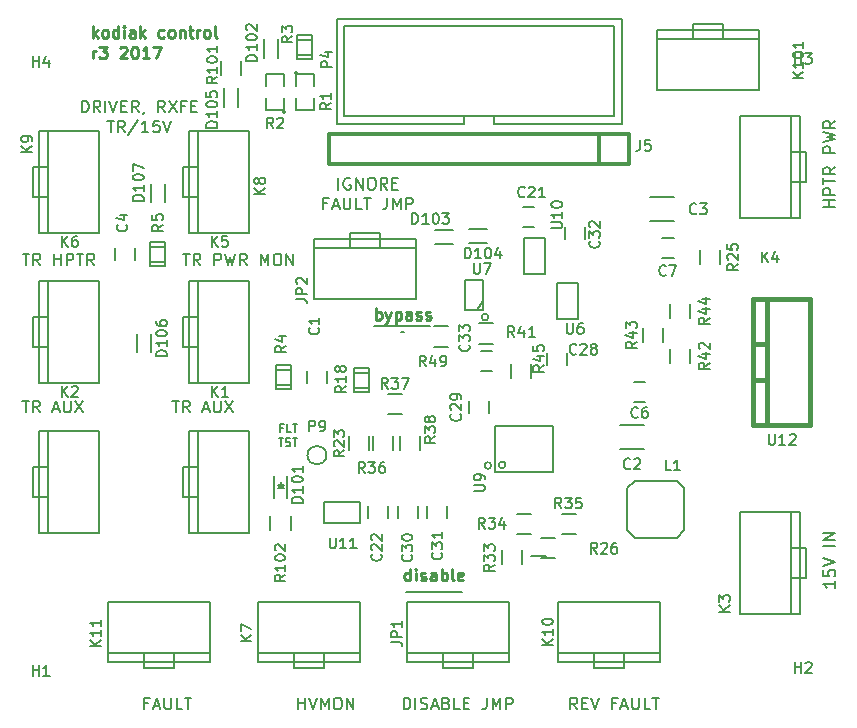
<source format=gto>
G04 #@! TF.FileFunction,Legend,Top*
%FSLAX45Y45*%
G04 Gerber Fmt 4.5, Leading zero omitted, Abs format (unit mm)*
G04 Created by KiCad (PCBNEW 4.0.4-1.fc24-product) date Wed Oct 18 11:24:51 2017*
%MOMM*%
%LPD*%
G01*
G04 APERTURE LIST*
%ADD10C,0.150000*%
%ADD11C,0.200000*%
%ADD12C,0.175000*%
%ADD13C,0.250000*%
%ADD14C,0.304800*%
%ADD15C,0.127000*%
%ADD16C,0.381000*%
G04 APERTURE END LIST*
D10*
D11*
X6500000Y-7950000D02*
X6975000Y-7950000D01*
X6775000Y-10200000D02*
X7250000Y-10200000D01*
D12*
X5730000Y-8808750D02*
X5706667Y-8808750D01*
X5706667Y-8845417D02*
X5706667Y-8775417D01*
X5740000Y-8775417D01*
X5800000Y-8845417D02*
X5766667Y-8845417D01*
X5766667Y-8775417D01*
X5813333Y-8775417D02*
X5853333Y-8775417D01*
X5833333Y-8845417D02*
X5833333Y-8775417D01*
X5695000Y-8897917D02*
X5735000Y-8897917D01*
X5715000Y-8967917D02*
X5715000Y-8897917D01*
X5755000Y-8964583D02*
X5765000Y-8967917D01*
X5781667Y-8967917D01*
X5788333Y-8964583D01*
X5791667Y-8961250D01*
X5795000Y-8954583D01*
X5795000Y-8947917D01*
X5791667Y-8941250D01*
X5788333Y-8937917D01*
X5781667Y-8934583D01*
X5768333Y-8931250D01*
X5761667Y-8927917D01*
X5758333Y-8924583D01*
X5755000Y-8917917D01*
X5755000Y-8911250D01*
X5758333Y-8904583D01*
X5761667Y-8901250D01*
X5768333Y-8897917D01*
X5785000Y-8897917D01*
X5795000Y-8901250D01*
X5815000Y-8897917D02*
X5855000Y-8897917D01*
X5835000Y-8967917D02*
X5835000Y-8897917D01*
D13*
X6808019Y-10103638D02*
X6808019Y-10003638D01*
X6808019Y-10098876D02*
X6798495Y-10103638D01*
X6779448Y-10103638D01*
X6769924Y-10098876D01*
X6765162Y-10094114D01*
X6760400Y-10084591D01*
X6760400Y-10056019D01*
X6765162Y-10046495D01*
X6769924Y-10041733D01*
X6779448Y-10036971D01*
X6798495Y-10036971D01*
X6808019Y-10041733D01*
X6855638Y-10103638D02*
X6855638Y-10036971D01*
X6855638Y-10003638D02*
X6850876Y-10008400D01*
X6855638Y-10013162D01*
X6860400Y-10008400D01*
X6855638Y-10003638D01*
X6855638Y-10013162D01*
X6898495Y-10098876D02*
X6908019Y-10103638D01*
X6927067Y-10103638D01*
X6936590Y-10098876D01*
X6941352Y-10089352D01*
X6941352Y-10084591D01*
X6936590Y-10075067D01*
X6927067Y-10070305D01*
X6912781Y-10070305D01*
X6903257Y-10065543D01*
X6898495Y-10056019D01*
X6898495Y-10051257D01*
X6903257Y-10041733D01*
X6912781Y-10036971D01*
X6927067Y-10036971D01*
X6936590Y-10041733D01*
X7027067Y-10103638D02*
X7027067Y-10051257D01*
X7022305Y-10041733D01*
X7012781Y-10036971D01*
X6993733Y-10036971D01*
X6984209Y-10041733D01*
X7027067Y-10098876D02*
X7017543Y-10103638D01*
X6993733Y-10103638D01*
X6984209Y-10098876D01*
X6979448Y-10089352D01*
X6979448Y-10079829D01*
X6984209Y-10070305D01*
X6993733Y-10065543D01*
X7017543Y-10065543D01*
X7027067Y-10060781D01*
X7074686Y-10103638D02*
X7074686Y-10003638D01*
X7074686Y-10041733D02*
X7084209Y-10036971D01*
X7103257Y-10036971D01*
X7112781Y-10041733D01*
X7117543Y-10046495D01*
X7122305Y-10056019D01*
X7122305Y-10084591D01*
X7117543Y-10094114D01*
X7112781Y-10098876D01*
X7103257Y-10103638D01*
X7084209Y-10103638D01*
X7074686Y-10098876D01*
X7179448Y-10103638D02*
X7169924Y-10098876D01*
X7165162Y-10089352D01*
X7165162Y-10003638D01*
X7255638Y-10098876D02*
X7246114Y-10103638D01*
X7227067Y-10103638D01*
X7217543Y-10098876D01*
X7212781Y-10089352D01*
X7212781Y-10051257D01*
X7217543Y-10041733D01*
X7227067Y-10036971D01*
X7246114Y-10036971D01*
X7255638Y-10041733D01*
X7260400Y-10051257D01*
X7260400Y-10060781D01*
X7212781Y-10070305D01*
X6519048Y-7895238D02*
X6519048Y-7795238D01*
X6519048Y-7833333D02*
X6528571Y-7828571D01*
X6547619Y-7828571D01*
X6557143Y-7833333D01*
X6561905Y-7838095D01*
X6566667Y-7847619D01*
X6566667Y-7876190D01*
X6561905Y-7885714D01*
X6557143Y-7890476D01*
X6547619Y-7895238D01*
X6528571Y-7895238D01*
X6519048Y-7890476D01*
X6600000Y-7828571D02*
X6623809Y-7895238D01*
X6647619Y-7828571D02*
X6623809Y-7895238D01*
X6614286Y-7919048D01*
X6609524Y-7923809D01*
X6600000Y-7928571D01*
X6685714Y-7828571D02*
X6685714Y-7928571D01*
X6685714Y-7833333D02*
X6695238Y-7828571D01*
X6714286Y-7828571D01*
X6723810Y-7833333D01*
X6728571Y-7838095D01*
X6733333Y-7847619D01*
X6733333Y-7876190D01*
X6728571Y-7885714D01*
X6723810Y-7890476D01*
X6714286Y-7895238D01*
X6695238Y-7895238D01*
X6685714Y-7890476D01*
X6819048Y-7895238D02*
X6819048Y-7842857D01*
X6814286Y-7833333D01*
X6804762Y-7828571D01*
X6785714Y-7828571D01*
X6776190Y-7833333D01*
X6819048Y-7890476D02*
X6809524Y-7895238D01*
X6785714Y-7895238D01*
X6776190Y-7890476D01*
X6771429Y-7880952D01*
X6771429Y-7871429D01*
X6776190Y-7861905D01*
X6785714Y-7857143D01*
X6809524Y-7857143D01*
X6819048Y-7852381D01*
X6861905Y-7890476D02*
X6871429Y-7895238D01*
X6890476Y-7895238D01*
X6900000Y-7890476D01*
X6904762Y-7880952D01*
X6904762Y-7876190D01*
X6900000Y-7866667D01*
X6890476Y-7861905D01*
X6876190Y-7861905D01*
X6866667Y-7857143D01*
X6861905Y-7847619D01*
X6861905Y-7842857D01*
X6866667Y-7833333D01*
X6876190Y-7828571D01*
X6890476Y-7828571D01*
X6900000Y-7833333D01*
X6942857Y-7890476D02*
X6952381Y-7895238D01*
X6971429Y-7895238D01*
X6980952Y-7890476D01*
X6985714Y-7880952D01*
X6985714Y-7876190D01*
X6980952Y-7866667D01*
X6971429Y-7861905D01*
X6957143Y-7861905D01*
X6947619Y-7857143D01*
X6942857Y-7847619D01*
X6942857Y-7842857D01*
X6947619Y-7833333D01*
X6957143Y-7828571D01*
X6971429Y-7828571D01*
X6980952Y-7833333D01*
D11*
X6756400Y-8001000D02*
X6731000Y-8001000D01*
X7495998Y-9131300D02*
G75*
G03X7495998Y-9131300I-28398J0D01*
G01*
X10408438Y-6940505D02*
X10308438Y-6940505D01*
X10356057Y-6940505D02*
X10356057Y-6883362D01*
X10408438Y-6883362D02*
X10308438Y-6883362D01*
X10408438Y-6835743D02*
X10308438Y-6835743D01*
X10308438Y-6797648D01*
X10313200Y-6788124D01*
X10317962Y-6783362D01*
X10327486Y-6778600D01*
X10341771Y-6778600D01*
X10351295Y-6783362D01*
X10356057Y-6788124D01*
X10360819Y-6797648D01*
X10360819Y-6835743D01*
X10308438Y-6750029D02*
X10308438Y-6692886D01*
X10408438Y-6721457D02*
X10308438Y-6721457D01*
X10408438Y-6602409D02*
X10360819Y-6635743D01*
X10408438Y-6659552D02*
X10308438Y-6659552D01*
X10308438Y-6621457D01*
X10313200Y-6611933D01*
X10317962Y-6607171D01*
X10327486Y-6602409D01*
X10341771Y-6602409D01*
X10351295Y-6607171D01*
X10356057Y-6611933D01*
X10360819Y-6621457D01*
X10360819Y-6659552D01*
X10408438Y-6483362D02*
X10308438Y-6483362D01*
X10308438Y-6445267D01*
X10313200Y-6435743D01*
X10317962Y-6430981D01*
X10327486Y-6426219D01*
X10341771Y-6426219D01*
X10351295Y-6430981D01*
X10356057Y-6435743D01*
X10360819Y-6445267D01*
X10360819Y-6483362D01*
X10308438Y-6392886D02*
X10408438Y-6369076D01*
X10337010Y-6350028D01*
X10408438Y-6330981D01*
X10308438Y-6307171D01*
X10408438Y-6211933D02*
X10360819Y-6245267D01*
X10408438Y-6269076D02*
X10308438Y-6269076D01*
X10308438Y-6230981D01*
X10313200Y-6221457D01*
X10317962Y-6216695D01*
X10327486Y-6211933D01*
X10341771Y-6211933D01*
X10351295Y-6216695D01*
X10356057Y-6221457D01*
X10360819Y-6230981D01*
X10360819Y-6269076D01*
X10408438Y-10107590D02*
X10408438Y-10164733D01*
X10408438Y-10136162D02*
X10308438Y-10136162D01*
X10322724Y-10145686D01*
X10332248Y-10155210D01*
X10337010Y-10164733D01*
X10308438Y-10017114D02*
X10308438Y-10064733D01*
X10356057Y-10069495D01*
X10351295Y-10064733D01*
X10346533Y-10055210D01*
X10346533Y-10031400D01*
X10351295Y-10021876D01*
X10356057Y-10017114D01*
X10365581Y-10012352D01*
X10389391Y-10012352D01*
X10398914Y-10017114D01*
X10403676Y-10021876D01*
X10408438Y-10031400D01*
X10408438Y-10055210D01*
X10403676Y-10064733D01*
X10398914Y-10069495D01*
X10308438Y-9983781D02*
X10408438Y-9950448D01*
X10308438Y-9917114D01*
X10408438Y-9807590D02*
X10308438Y-9807590D01*
X10408438Y-9759971D02*
X10308438Y-9759971D01*
X10408438Y-9702829D01*
X10308438Y-9702829D01*
X6754076Y-11195838D02*
X6754076Y-11095838D01*
X6777886Y-11095838D01*
X6792171Y-11100600D01*
X6801695Y-11110124D01*
X6806457Y-11119648D01*
X6811219Y-11138695D01*
X6811219Y-11152981D01*
X6806457Y-11172029D01*
X6801695Y-11181552D01*
X6792171Y-11191076D01*
X6777886Y-11195838D01*
X6754076Y-11195838D01*
X6854076Y-11195838D02*
X6854076Y-11095838D01*
X6896933Y-11191076D02*
X6911219Y-11195838D01*
X6935029Y-11195838D01*
X6944552Y-11191076D01*
X6949314Y-11186314D01*
X6954076Y-11176791D01*
X6954076Y-11167267D01*
X6949314Y-11157743D01*
X6944552Y-11152981D01*
X6935029Y-11148219D01*
X6915981Y-11143457D01*
X6906457Y-11138695D01*
X6901695Y-11133933D01*
X6896933Y-11124410D01*
X6896933Y-11114886D01*
X6901695Y-11105362D01*
X6906457Y-11100600D01*
X6915981Y-11095838D01*
X6939790Y-11095838D01*
X6954076Y-11100600D01*
X6992171Y-11167267D02*
X7039790Y-11167267D01*
X6982648Y-11195838D02*
X7015981Y-11095838D01*
X7049314Y-11195838D01*
X7115981Y-11143457D02*
X7130267Y-11148219D01*
X7135029Y-11152981D01*
X7139790Y-11162505D01*
X7139790Y-11176791D01*
X7135029Y-11186314D01*
X7130267Y-11191076D01*
X7120743Y-11195838D01*
X7082648Y-11195838D01*
X7082648Y-11095838D01*
X7115981Y-11095838D01*
X7125505Y-11100600D01*
X7130267Y-11105362D01*
X7135029Y-11114886D01*
X7135029Y-11124410D01*
X7130267Y-11133933D01*
X7125505Y-11138695D01*
X7115981Y-11143457D01*
X7082648Y-11143457D01*
X7230267Y-11195838D02*
X7182648Y-11195838D01*
X7182648Y-11095838D01*
X7263600Y-11143457D02*
X7296933Y-11143457D01*
X7311219Y-11195838D02*
X7263600Y-11195838D01*
X7263600Y-11095838D01*
X7311219Y-11095838D01*
X7458838Y-11095838D02*
X7458838Y-11167267D01*
X7454076Y-11181552D01*
X7444552Y-11191076D01*
X7430267Y-11195838D01*
X7420743Y-11195838D01*
X7506457Y-11195838D02*
X7506457Y-11095838D01*
X7539791Y-11167267D01*
X7573124Y-11095838D01*
X7573124Y-11195838D01*
X7620743Y-11195838D02*
X7620743Y-11095838D01*
X7658838Y-11095838D01*
X7668362Y-11100600D01*
X7673124Y-11105362D01*
X7677886Y-11114886D01*
X7677886Y-11129171D01*
X7673124Y-11138695D01*
X7668362Y-11143457D01*
X7658838Y-11148219D01*
X7620743Y-11148219D01*
X4590276Y-11143457D02*
X4556943Y-11143457D01*
X4556943Y-11195838D02*
X4556943Y-11095838D01*
X4604562Y-11095838D01*
X4637895Y-11167267D02*
X4685514Y-11167267D01*
X4628371Y-11195838D02*
X4661705Y-11095838D01*
X4695038Y-11195838D01*
X4728371Y-11095838D02*
X4728371Y-11176791D01*
X4733133Y-11186314D01*
X4737895Y-11191076D01*
X4747419Y-11195838D01*
X4766467Y-11195838D01*
X4775991Y-11191076D01*
X4780752Y-11186314D01*
X4785514Y-11176791D01*
X4785514Y-11095838D01*
X4880752Y-11195838D02*
X4833133Y-11195838D01*
X4833133Y-11095838D01*
X4899800Y-11095838D02*
X4956943Y-11095838D01*
X4928371Y-11195838D02*
X4928371Y-11095838D01*
X4795076Y-8581238D02*
X4852219Y-8581238D01*
X4823648Y-8681238D02*
X4823648Y-8581238D01*
X4942695Y-8681238D02*
X4909362Y-8633619D01*
X4885552Y-8681238D02*
X4885552Y-8581238D01*
X4923648Y-8581238D01*
X4933172Y-8586000D01*
X4937933Y-8590762D01*
X4942695Y-8600286D01*
X4942695Y-8614571D01*
X4937933Y-8624095D01*
X4933172Y-8628857D01*
X4923648Y-8633619D01*
X4885552Y-8633619D01*
X5056981Y-8652667D02*
X5104600Y-8652667D01*
X5047457Y-8681238D02*
X5080791Y-8581238D01*
X5114124Y-8681238D01*
X5147457Y-8581238D02*
X5147457Y-8662191D01*
X5152219Y-8671714D01*
X5156981Y-8676476D01*
X5166505Y-8681238D01*
X5185553Y-8681238D01*
X5195076Y-8676476D01*
X5199838Y-8671714D01*
X5204600Y-8662191D01*
X5204600Y-8581238D01*
X5242695Y-8581238D02*
X5309362Y-8681238D01*
X5309362Y-8581238D02*
X5242695Y-8681238D01*
X3528257Y-7336638D02*
X3585400Y-7336638D01*
X3556828Y-7436638D02*
X3556828Y-7336638D01*
X3675876Y-7436638D02*
X3642543Y-7389019D01*
X3618733Y-7436638D02*
X3618733Y-7336638D01*
X3656829Y-7336638D01*
X3666352Y-7341400D01*
X3671114Y-7346162D01*
X3675876Y-7355686D01*
X3675876Y-7369971D01*
X3671114Y-7379495D01*
X3666352Y-7384257D01*
X3656829Y-7389019D01*
X3618733Y-7389019D01*
X3794924Y-7436638D02*
X3794924Y-7336638D01*
X3794924Y-7384257D02*
X3852067Y-7384257D01*
X3852067Y-7436638D02*
X3852067Y-7336638D01*
X3899686Y-7436638D02*
X3899686Y-7336638D01*
X3937781Y-7336638D01*
X3947305Y-7341400D01*
X3952067Y-7346162D01*
X3956829Y-7355686D01*
X3956829Y-7369971D01*
X3952067Y-7379495D01*
X3947305Y-7384257D01*
X3937781Y-7389019D01*
X3899686Y-7389019D01*
X3985400Y-7336638D02*
X4042543Y-7336638D01*
X4013971Y-7436638D02*
X4013971Y-7336638D01*
X4133019Y-7436638D02*
X4099686Y-7389019D01*
X4075876Y-7436638D02*
X4075876Y-7336638D01*
X4113971Y-7336638D01*
X4123495Y-7341400D01*
X4128257Y-7346162D01*
X4133019Y-7355686D01*
X4133019Y-7369971D01*
X4128257Y-7379495D01*
X4123495Y-7384257D01*
X4113971Y-7389019D01*
X4075876Y-7389019D01*
X4885591Y-7336638D02*
X4942733Y-7336638D01*
X4914162Y-7436638D02*
X4914162Y-7336638D01*
X5033210Y-7436638D02*
X4999876Y-7389019D01*
X4976067Y-7436638D02*
X4976067Y-7336638D01*
X5014162Y-7336638D01*
X5023686Y-7341400D01*
X5028448Y-7346162D01*
X5033210Y-7355686D01*
X5033210Y-7369971D01*
X5028448Y-7379495D01*
X5023686Y-7384257D01*
X5014162Y-7389019D01*
X4976067Y-7389019D01*
X5152257Y-7436638D02*
X5152257Y-7336638D01*
X5190353Y-7336638D01*
X5199876Y-7341400D01*
X5204638Y-7346162D01*
X5209400Y-7355686D01*
X5209400Y-7369971D01*
X5204638Y-7379495D01*
X5199876Y-7384257D01*
X5190353Y-7389019D01*
X5152257Y-7389019D01*
X5242733Y-7336638D02*
X5266543Y-7436638D01*
X5285591Y-7365209D01*
X5304638Y-7436638D01*
X5328448Y-7336638D01*
X5423686Y-7436638D02*
X5390352Y-7389019D01*
X5366543Y-7436638D02*
X5366543Y-7336638D01*
X5404638Y-7336638D01*
X5414162Y-7341400D01*
X5418924Y-7346162D01*
X5423686Y-7355686D01*
X5423686Y-7369971D01*
X5418924Y-7379495D01*
X5414162Y-7384257D01*
X5404638Y-7389019D01*
X5366543Y-7389019D01*
X5542733Y-7436638D02*
X5542733Y-7336638D01*
X5576067Y-7408067D01*
X5609400Y-7336638D01*
X5609400Y-7436638D01*
X5676067Y-7336638D02*
X5695114Y-7336638D01*
X5704638Y-7341400D01*
X5714162Y-7350924D01*
X5718924Y-7369971D01*
X5718924Y-7403305D01*
X5714162Y-7422352D01*
X5704638Y-7431876D01*
X5695114Y-7436638D01*
X5676067Y-7436638D01*
X5666543Y-7431876D01*
X5657019Y-7422352D01*
X5652257Y-7403305D01*
X5652257Y-7369971D01*
X5657019Y-7350924D01*
X5666543Y-7341400D01*
X5676067Y-7336638D01*
X5761781Y-7436638D02*
X5761781Y-7336638D01*
X5818924Y-7436638D01*
X5818924Y-7336638D01*
X4029136Y-6140058D02*
X4029136Y-6040058D01*
X4052945Y-6040058D01*
X4067231Y-6044820D01*
X4076755Y-6054344D01*
X4081517Y-6063868D01*
X4086279Y-6082915D01*
X4086279Y-6097201D01*
X4081517Y-6116249D01*
X4076755Y-6125772D01*
X4067231Y-6135296D01*
X4052945Y-6140058D01*
X4029136Y-6140058D01*
X4186279Y-6140058D02*
X4152945Y-6092439D01*
X4129136Y-6140058D02*
X4129136Y-6040058D01*
X4167231Y-6040058D01*
X4176755Y-6044820D01*
X4181517Y-6049582D01*
X4186279Y-6059106D01*
X4186279Y-6073391D01*
X4181517Y-6082915D01*
X4176755Y-6087677D01*
X4167231Y-6092439D01*
X4129136Y-6092439D01*
X4229136Y-6140058D02*
X4229136Y-6040058D01*
X4262469Y-6040058D02*
X4295802Y-6140058D01*
X4329136Y-6040058D01*
X4362469Y-6087677D02*
X4395802Y-6087677D01*
X4410088Y-6140058D02*
X4362469Y-6140058D01*
X4362469Y-6040058D01*
X4410088Y-6040058D01*
X4510088Y-6140058D02*
X4476755Y-6092439D01*
X4452945Y-6140058D02*
X4452945Y-6040058D01*
X4491041Y-6040058D01*
X4500564Y-6044820D01*
X4505326Y-6049582D01*
X4510088Y-6059106D01*
X4510088Y-6073391D01*
X4505326Y-6082915D01*
X4500564Y-6087677D01*
X4491041Y-6092439D01*
X4452945Y-6092439D01*
X4557707Y-6135296D02*
X4557707Y-6140058D01*
X4552945Y-6149582D01*
X4548183Y-6154344D01*
X4733898Y-6140058D02*
X4700564Y-6092439D01*
X4676755Y-6140058D02*
X4676755Y-6040058D01*
X4714850Y-6040058D01*
X4724374Y-6044820D01*
X4729136Y-6049582D01*
X4733898Y-6059106D01*
X4733898Y-6073391D01*
X4729136Y-6082915D01*
X4724374Y-6087677D01*
X4714850Y-6092439D01*
X4676755Y-6092439D01*
X4767231Y-6040058D02*
X4833898Y-6140058D01*
X4833898Y-6040058D02*
X4767231Y-6140058D01*
X4905326Y-6087677D02*
X4871993Y-6087677D01*
X4871993Y-6140058D02*
X4871993Y-6040058D01*
X4919612Y-6040058D01*
X4957707Y-6087677D02*
X4991041Y-6087677D01*
X5005326Y-6140058D02*
X4957707Y-6140058D01*
X4957707Y-6040058D01*
X5005326Y-6040058D01*
X4245802Y-6210058D02*
X4302945Y-6210058D01*
X4274374Y-6310058D02*
X4274374Y-6210058D01*
X4393422Y-6310058D02*
X4360088Y-6262439D01*
X4336279Y-6310058D02*
X4336279Y-6210058D01*
X4374374Y-6210058D01*
X4383898Y-6214820D01*
X4388660Y-6219582D01*
X4393422Y-6229106D01*
X4393422Y-6243391D01*
X4388660Y-6252915D01*
X4383898Y-6257677D01*
X4374374Y-6262439D01*
X4336279Y-6262439D01*
X4507707Y-6205296D02*
X4421993Y-6333868D01*
X4593422Y-6310058D02*
X4536279Y-6310058D01*
X4564850Y-6310058D02*
X4564850Y-6210058D01*
X4555326Y-6224344D01*
X4545802Y-6233868D01*
X4536279Y-6238629D01*
X4683898Y-6210058D02*
X4636279Y-6210058D01*
X4631517Y-6257677D01*
X4636279Y-6252915D01*
X4645802Y-6248153D01*
X4669612Y-6248153D01*
X4679136Y-6252915D01*
X4683898Y-6257677D01*
X4688660Y-6267201D01*
X4688660Y-6291010D01*
X4683898Y-6300534D01*
X4679136Y-6305296D01*
X4669612Y-6310058D01*
X4645802Y-6310058D01*
X4636279Y-6305296D01*
X4631517Y-6300534D01*
X4717231Y-6210058D02*
X4750564Y-6310058D01*
X4783898Y-6210058D01*
X3525076Y-8581238D02*
X3582219Y-8581238D01*
X3553648Y-8681238D02*
X3553648Y-8581238D01*
X3672695Y-8681238D02*
X3639362Y-8633619D01*
X3615552Y-8681238D02*
X3615552Y-8581238D01*
X3653648Y-8581238D01*
X3663171Y-8586000D01*
X3667933Y-8590762D01*
X3672695Y-8600286D01*
X3672695Y-8614571D01*
X3667933Y-8624095D01*
X3663171Y-8628857D01*
X3653648Y-8633619D01*
X3615552Y-8633619D01*
X3786981Y-8652667D02*
X3834600Y-8652667D01*
X3777457Y-8681238D02*
X3810790Y-8581238D01*
X3844124Y-8681238D01*
X3877457Y-8581238D02*
X3877457Y-8662191D01*
X3882219Y-8671714D01*
X3886981Y-8676476D01*
X3896505Y-8681238D01*
X3915552Y-8681238D01*
X3925076Y-8676476D01*
X3929838Y-8671714D01*
X3934600Y-8662191D01*
X3934600Y-8581238D01*
X3972695Y-8581238D02*
X4039362Y-8681238D01*
X4039362Y-8581238D02*
X3972695Y-8681238D01*
X8222495Y-11195838D02*
X8189162Y-11148219D01*
X8165352Y-11195838D02*
X8165352Y-11095838D01*
X8203448Y-11095838D01*
X8212971Y-11100600D01*
X8217733Y-11105362D01*
X8222495Y-11114886D01*
X8222495Y-11129171D01*
X8217733Y-11138695D01*
X8212971Y-11143457D01*
X8203448Y-11148219D01*
X8165352Y-11148219D01*
X8265352Y-11143457D02*
X8298686Y-11143457D01*
X8312971Y-11195838D02*
X8265352Y-11195838D01*
X8265352Y-11095838D01*
X8312971Y-11095838D01*
X8341543Y-11095838D02*
X8374876Y-11195838D01*
X8408210Y-11095838D01*
X8551067Y-11143457D02*
X8517733Y-11143457D01*
X8517733Y-11195838D02*
X8517733Y-11095838D01*
X8565352Y-11095838D01*
X8598686Y-11167267D02*
X8646305Y-11167267D01*
X8589162Y-11195838D02*
X8622495Y-11095838D01*
X8655829Y-11195838D01*
X8689162Y-11095838D02*
X8689162Y-11176791D01*
X8693924Y-11186314D01*
X8698686Y-11191076D01*
X8708210Y-11195838D01*
X8727257Y-11195838D01*
X8736781Y-11191076D01*
X8741543Y-11186314D01*
X8746305Y-11176791D01*
X8746305Y-11095838D01*
X8841543Y-11195838D02*
X8793924Y-11195838D01*
X8793924Y-11095838D01*
X8860591Y-11095838D02*
X8917733Y-11095838D01*
X8889162Y-11195838D02*
X8889162Y-11095838D01*
D12*
X6201600Y-6794088D02*
X6201600Y-6694088D01*
X6301600Y-6698850D02*
X6292076Y-6694088D01*
X6277790Y-6694088D01*
X6263505Y-6698850D01*
X6253981Y-6708374D01*
X6249219Y-6717898D01*
X6244457Y-6736945D01*
X6244457Y-6751231D01*
X6249219Y-6770279D01*
X6253981Y-6779802D01*
X6263505Y-6789326D01*
X6277790Y-6794088D01*
X6287314Y-6794088D01*
X6301600Y-6789326D01*
X6306362Y-6784564D01*
X6306362Y-6751231D01*
X6287314Y-6751231D01*
X6349219Y-6794088D02*
X6349219Y-6694088D01*
X6406362Y-6794088D01*
X6406362Y-6694088D01*
X6473028Y-6694088D02*
X6492076Y-6694088D01*
X6501600Y-6698850D01*
X6511124Y-6708374D01*
X6515886Y-6727421D01*
X6515886Y-6760755D01*
X6511124Y-6779802D01*
X6501600Y-6789326D01*
X6492076Y-6794088D01*
X6473028Y-6794088D01*
X6463505Y-6789326D01*
X6453981Y-6779802D01*
X6449219Y-6760755D01*
X6449219Y-6727421D01*
X6453981Y-6708374D01*
X6463505Y-6698850D01*
X6473028Y-6694088D01*
X6615886Y-6794088D02*
X6582552Y-6746469D01*
X6558743Y-6794088D02*
X6558743Y-6694088D01*
X6596838Y-6694088D01*
X6606362Y-6698850D01*
X6611124Y-6703612D01*
X6615886Y-6713136D01*
X6615886Y-6727421D01*
X6611124Y-6736945D01*
X6606362Y-6741707D01*
X6596838Y-6746469D01*
X6558743Y-6746469D01*
X6658743Y-6741707D02*
X6692076Y-6741707D01*
X6706362Y-6794088D02*
X6658743Y-6794088D01*
X6658743Y-6694088D01*
X6706362Y-6694088D01*
X6108743Y-6909207D02*
X6075409Y-6909207D01*
X6075409Y-6961588D02*
X6075409Y-6861588D01*
X6123029Y-6861588D01*
X6156362Y-6933017D02*
X6203981Y-6933017D01*
X6146838Y-6961588D02*
X6180171Y-6861588D01*
X6213505Y-6961588D01*
X6246838Y-6861588D02*
X6246838Y-6942540D01*
X6251600Y-6952064D01*
X6256362Y-6956826D01*
X6265886Y-6961588D01*
X6284933Y-6961588D01*
X6294457Y-6956826D01*
X6299219Y-6952064D01*
X6303981Y-6942540D01*
X6303981Y-6861588D01*
X6399219Y-6961588D02*
X6351600Y-6961588D01*
X6351600Y-6861588D01*
X6418267Y-6861588D02*
X6475410Y-6861588D01*
X6446838Y-6961588D02*
X6446838Y-6861588D01*
X6613505Y-6861588D02*
X6613505Y-6933017D01*
X6608743Y-6947302D01*
X6599219Y-6956826D01*
X6584933Y-6961588D01*
X6575410Y-6961588D01*
X6661124Y-6961588D02*
X6661124Y-6861588D01*
X6694457Y-6933017D01*
X6727791Y-6861588D01*
X6727791Y-6961588D01*
X6775410Y-6961588D02*
X6775410Y-6861588D01*
X6813505Y-6861588D01*
X6823029Y-6866350D01*
X6827791Y-6871112D01*
X6832552Y-6880636D01*
X6832552Y-6894921D01*
X6827791Y-6904445D01*
X6823029Y-6909207D01*
X6813505Y-6913969D01*
X6775410Y-6913969D01*
D11*
X7835900Y-9893300D02*
X7962900Y-9893300D01*
X5862667Y-11195838D02*
X5862667Y-11095838D01*
X5862667Y-11143457D02*
X5919810Y-11143457D01*
X5919810Y-11195838D02*
X5919810Y-11095838D01*
X5953143Y-11095838D02*
X5986476Y-11195838D01*
X6019810Y-11095838D01*
X6053143Y-11195838D02*
X6053143Y-11095838D01*
X6086476Y-11167267D01*
X6119810Y-11095838D01*
X6119810Y-11195838D01*
X6186476Y-11095838D02*
X6205524Y-11095838D01*
X6215048Y-11100600D01*
X6224571Y-11110124D01*
X6229333Y-11129171D01*
X6229333Y-11162505D01*
X6224571Y-11181552D01*
X6215048Y-11191076D01*
X6205524Y-11195838D01*
X6186476Y-11195838D01*
X6176952Y-11191076D01*
X6167429Y-11181552D01*
X6162667Y-11162505D01*
X6162667Y-11129171D01*
X6167429Y-11110124D01*
X6176952Y-11100600D01*
X6186476Y-11095838D01*
X6272190Y-11195838D02*
X6272190Y-11095838D01*
X6329333Y-11195838D01*
X6329333Y-11095838D01*
D13*
X4124639Y-5508908D02*
X4124639Y-5408908D01*
X4134163Y-5470813D02*
X4162735Y-5508908D01*
X4162735Y-5442241D02*
X4124639Y-5480337D01*
X4219878Y-5508908D02*
X4210354Y-5504146D01*
X4205592Y-5499384D01*
X4200830Y-5489861D01*
X4200830Y-5461289D01*
X4205592Y-5451765D01*
X4210354Y-5447003D01*
X4219878Y-5442241D01*
X4234163Y-5442241D01*
X4243687Y-5447003D01*
X4248449Y-5451765D01*
X4253211Y-5461289D01*
X4253211Y-5489861D01*
X4248449Y-5499384D01*
X4243687Y-5504146D01*
X4234163Y-5508908D01*
X4219878Y-5508908D01*
X4338925Y-5508908D02*
X4338925Y-5408908D01*
X4338925Y-5504146D02*
X4329402Y-5508908D01*
X4310354Y-5508908D01*
X4300830Y-5504146D01*
X4296068Y-5499384D01*
X4291306Y-5489861D01*
X4291306Y-5461289D01*
X4296068Y-5451765D01*
X4300830Y-5447003D01*
X4310354Y-5442241D01*
X4329402Y-5442241D01*
X4338925Y-5447003D01*
X4386544Y-5508908D02*
X4386544Y-5442241D01*
X4386544Y-5408908D02*
X4381782Y-5413670D01*
X4386544Y-5418432D01*
X4391306Y-5413670D01*
X4386544Y-5408908D01*
X4386544Y-5418432D01*
X4477021Y-5508908D02*
X4477021Y-5456527D01*
X4472259Y-5447003D01*
X4462735Y-5442241D01*
X4443687Y-5442241D01*
X4434163Y-5447003D01*
X4477021Y-5504146D02*
X4467497Y-5508908D01*
X4443687Y-5508908D01*
X4434163Y-5504146D01*
X4429401Y-5494622D01*
X4429401Y-5485099D01*
X4434163Y-5475575D01*
X4443687Y-5470813D01*
X4467497Y-5470813D01*
X4477021Y-5466051D01*
X4524640Y-5508908D02*
X4524640Y-5408908D01*
X4534163Y-5470813D02*
X4562735Y-5508908D01*
X4562735Y-5442241D02*
X4524640Y-5480337D01*
X4724640Y-5504146D02*
X4715116Y-5508908D01*
X4696068Y-5508908D01*
X4686544Y-5504146D01*
X4681782Y-5499384D01*
X4677021Y-5489861D01*
X4677021Y-5461289D01*
X4681782Y-5451765D01*
X4686544Y-5447003D01*
X4696068Y-5442241D01*
X4715116Y-5442241D01*
X4724640Y-5447003D01*
X4781782Y-5508908D02*
X4772259Y-5504146D01*
X4767497Y-5499384D01*
X4762735Y-5489861D01*
X4762735Y-5461289D01*
X4767497Y-5451765D01*
X4772259Y-5447003D01*
X4781782Y-5442241D01*
X4796068Y-5442241D01*
X4805592Y-5447003D01*
X4810354Y-5451765D01*
X4815116Y-5461289D01*
X4815116Y-5489861D01*
X4810354Y-5499384D01*
X4805592Y-5504146D01*
X4796068Y-5508908D01*
X4781782Y-5508908D01*
X4857973Y-5442241D02*
X4857973Y-5508908D01*
X4857973Y-5451765D02*
X4862735Y-5447003D01*
X4872259Y-5442241D01*
X4886544Y-5442241D01*
X4896068Y-5447003D01*
X4900830Y-5456527D01*
X4900830Y-5508908D01*
X4934163Y-5442241D02*
X4972259Y-5442241D01*
X4948449Y-5408908D02*
X4948449Y-5494622D01*
X4953211Y-5504146D01*
X4962735Y-5508908D01*
X4972259Y-5508908D01*
X5005592Y-5508908D02*
X5005592Y-5442241D01*
X5005592Y-5461289D02*
X5010354Y-5451765D01*
X5015116Y-5447003D01*
X5024640Y-5442241D01*
X5034164Y-5442241D01*
X5081783Y-5508908D02*
X5072259Y-5504146D01*
X5067497Y-5499384D01*
X5062735Y-5489861D01*
X5062735Y-5461289D01*
X5067497Y-5451765D01*
X5072259Y-5447003D01*
X5081783Y-5442241D01*
X5096068Y-5442241D01*
X5105592Y-5447003D01*
X5110354Y-5451765D01*
X5115116Y-5461289D01*
X5115116Y-5489861D01*
X5110354Y-5499384D01*
X5105592Y-5504146D01*
X5096068Y-5508908D01*
X5081783Y-5508908D01*
X5172259Y-5508908D02*
X5162735Y-5504146D01*
X5157973Y-5494622D01*
X5157973Y-5408908D01*
X4124639Y-5683908D02*
X4124639Y-5617241D01*
X4124639Y-5636289D02*
X4129401Y-5626765D01*
X4134163Y-5622003D01*
X4143687Y-5617241D01*
X4153211Y-5617241D01*
X4177020Y-5583908D02*
X4238925Y-5583908D01*
X4205592Y-5622003D01*
X4219878Y-5622003D01*
X4229402Y-5626765D01*
X4234163Y-5631527D01*
X4238925Y-5641051D01*
X4238925Y-5664860D01*
X4234163Y-5674384D01*
X4229402Y-5679146D01*
X4219878Y-5683908D01*
X4191306Y-5683908D01*
X4181782Y-5679146D01*
X4177020Y-5674384D01*
X4353211Y-5593432D02*
X4357973Y-5588670D01*
X4367497Y-5583908D01*
X4391306Y-5583908D01*
X4400830Y-5588670D01*
X4405592Y-5593432D01*
X4410354Y-5602956D01*
X4410354Y-5612479D01*
X4405592Y-5626765D01*
X4348449Y-5683908D01*
X4410354Y-5683908D01*
X4472259Y-5583908D02*
X4481783Y-5583908D01*
X4491306Y-5588670D01*
X4496068Y-5593432D01*
X4500830Y-5602956D01*
X4505592Y-5622003D01*
X4505592Y-5645813D01*
X4500830Y-5664860D01*
X4496068Y-5674384D01*
X4491306Y-5679146D01*
X4481783Y-5683908D01*
X4472259Y-5683908D01*
X4462735Y-5679146D01*
X4457973Y-5674384D01*
X4453211Y-5664860D01*
X4448449Y-5645813D01*
X4448449Y-5622003D01*
X4453211Y-5602956D01*
X4457973Y-5593432D01*
X4462735Y-5588670D01*
X4472259Y-5583908D01*
X4600830Y-5683908D02*
X4543687Y-5683908D01*
X4572259Y-5683908D02*
X4572259Y-5583908D01*
X4562735Y-5598194D01*
X4553211Y-5607718D01*
X4543687Y-5612479D01*
X4634163Y-5583908D02*
X4700830Y-5583908D01*
X4657973Y-5683908D01*
D11*
X7470598Y-7874000D02*
G75*
G03X7470598Y-7874000I-28398J0D01*
G01*
D14*
X8661400Y-6324600D02*
X8661400Y-6578600D01*
X8661400Y-6578600D02*
X6121400Y-6578600D01*
X6121400Y-6578600D02*
X6121400Y-6324600D01*
X6121400Y-6324600D02*
X8661400Y-6324600D01*
X8407400Y-6324600D02*
X8407400Y-6578600D01*
D15*
X7524750Y-9188450D02*
X8020050Y-9188450D01*
X8020050Y-9188450D02*
X8020050Y-8794750D01*
X8020050Y-8794750D02*
X7524750Y-8794750D01*
X7524750Y-8794750D02*
X7524750Y-9188450D01*
X7616648Y-9124950D02*
G75*
G03X7616648Y-9124950I-28398J0D01*
G01*
X6083300Y-9613900D02*
X6083300Y-9436100D01*
X6083300Y-9436100D02*
X6388100Y-9436100D01*
X6388100Y-9436100D02*
X6388100Y-9613900D01*
X6388100Y-9613900D02*
X6083300Y-9613900D01*
X7429500Y-7734300D02*
X7378700Y-7810500D01*
X7429500Y-7556500D02*
X7429500Y-7816850D01*
X7429500Y-7816850D02*
X7277100Y-7816850D01*
X7277100Y-7816850D02*
X7277100Y-7556500D01*
X7277100Y-7556500D02*
X7429500Y-7556500D01*
X8229600Y-7886700D02*
X8051800Y-7886700D01*
X8051800Y-7886700D02*
X8051800Y-7581900D01*
X8051800Y-7581900D02*
X8229600Y-7581900D01*
X8229600Y-7581900D02*
X8229600Y-7886700D01*
X7950200Y-7505700D02*
X7772400Y-7505700D01*
X7772400Y-7505700D02*
X7772400Y-7200900D01*
X7772400Y-7200900D02*
X7950200Y-7200900D01*
X7950200Y-7200900D02*
X7950200Y-7505700D01*
D16*
X9715500Y-8407400D02*
X9829800Y-8407400D01*
X9715500Y-8102600D02*
X9829800Y-8102600D01*
X9829800Y-7721600D02*
X10198100Y-7721600D01*
X10198100Y-7721600D02*
X10198100Y-8788400D01*
X10198100Y-8788400D02*
X9829800Y-8788400D01*
X9715500Y-7721600D02*
X9829800Y-7721600D01*
X9829800Y-7721600D02*
X9829800Y-8788400D01*
X9829800Y-8788400D02*
X9715500Y-8788400D01*
X9715500Y-8255000D02*
X9715500Y-8788400D01*
X9715500Y-8255000D02*
X9715500Y-7721600D01*
D10*
X6187800Y-5345500D02*
X6187800Y-6234500D01*
X6187800Y-6234500D02*
X7267300Y-6234500D01*
X7267300Y-6234500D02*
X7267300Y-6171000D01*
X7521300Y-6171000D02*
X7521300Y-6234500D01*
X7521300Y-6234500D02*
X8600800Y-6234500D01*
X8600800Y-6234500D02*
X8600800Y-5409000D01*
X8600800Y-5409000D02*
X8600800Y-5345500D01*
X8600800Y-5345500D02*
X6378300Y-5345500D01*
X6378300Y-5345500D02*
X6187800Y-5345500D01*
X7521300Y-6171000D02*
X7267300Y-6171000D01*
X6251300Y-5409000D02*
X8537300Y-5409000D01*
X8537300Y-5409000D02*
X8537300Y-6171000D01*
X8537300Y-6171000D02*
X6251300Y-6171000D01*
X6251300Y-5409000D02*
X6251300Y-6171000D01*
X5854700Y-5803900D02*
G75*
G03X5854700Y-5803900I-12700J0D01*
G01*
X5842000Y-5918200D02*
X5842000Y-5816600D01*
X5842000Y-5816600D02*
X5994400Y-5816600D01*
X5994400Y-5816600D02*
X5994400Y-5918200D01*
X5994400Y-6019800D02*
X5994400Y-6121400D01*
X5994400Y-6121400D02*
X5842000Y-6121400D01*
X5842000Y-6121400D02*
X5842000Y-6019800D01*
X5753100Y-6134100D02*
G75*
G03X5753100Y-6134100I-12700J0D01*
G01*
X5740400Y-6019800D02*
X5740400Y-6121400D01*
X5740400Y-6121400D02*
X5588000Y-6121400D01*
X5588000Y-6121400D02*
X5588000Y-6019800D01*
X5588000Y-5918200D02*
X5588000Y-5816600D01*
X5588000Y-5816600D02*
X5740400Y-5816600D01*
X5740400Y-5816600D02*
X5740400Y-5918200D01*
D15*
X5981700Y-5651500D02*
X5854700Y-5651500D01*
X5981700Y-5524500D02*
X5857240Y-5524500D01*
X5981700Y-5486400D02*
X5981700Y-5689600D01*
X5981700Y-5689600D02*
X5854700Y-5689600D01*
X5854700Y-5689600D02*
X5854700Y-5486400D01*
X5854700Y-5486400D02*
X5981700Y-5486400D01*
X5803900Y-8445500D02*
X5676900Y-8445500D01*
X5803900Y-8318500D02*
X5679440Y-8318500D01*
X5803900Y-8280400D02*
X5803900Y-8483600D01*
X5803900Y-8483600D02*
X5676900Y-8483600D01*
X5676900Y-8483600D02*
X5676900Y-8280400D01*
X5676900Y-8280400D02*
X5803900Y-8280400D01*
X4737100Y-7404100D02*
X4610100Y-7404100D01*
X4737100Y-7277100D02*
X4612640Y-7277100D01*
X4737100Y-7239000D02*
X4737100Y-7442200D01*
X4737100Y-7442200D02*
X4610100Y-7442200D01*
X4610100Y-7442200D02*
X4610100Y-7239000D01*
X4610100Y-7239000D02*
X4737100Y-7239000D01*
X6464300Y-8470900D02*
X6337300Y-8470900D01*
X6464300Y-8343900D02*
X6339840Y-8343900D01*
X6464300Y-8305800D02*
X6464300Y-8509000D01*
X6464300Y-8509000D02*
X6337300Y-8509000D01*
X6337300Y-8509000D02*
X6337300Y-8305800D01*
X6337300Y-8305800D02*
X6464300Y-8305800D01*
D10*
X8648700Y-9499600D02*
X8648700Y-9321800D01*
X8648700Y-9321800D02*
X8712200Y-9258300D01*
X8712200Y-9258300D02*
X9067800Y-9258300D01*
X9067800Y-9258300D02*
X9131300Y-9321800D01*
X9131300Y-9321800D02*
X9131300Y-9677400D01*
X9131300Y-9677400D02*
X9067800Y-9740900D01*
X9067800Y-9740900D02*
X8712200Y-9740900D01*
X8712200Y-9740900D02*
X8648700Y-9677400D01*
X8648700Y-9677400D02*
X8648700Y-9499600D01*
X6100122Y-9042400D02*
G75*
G03X6100122Y-9042400I-80322J0D01*
G01*
X5934800Y-8332000D02*
X5934800Y-8432000D01*
X6104800Y-8432000D02*
X6104800Y-8332000D01*
X8586800Y-8992500D02*
X8786800Y-8992500D01*
X8786800Y-8787500D02*
X8586800Y-8787500D01*
X8840800Y-7062100D02*
X9040800Y-7062100D01*
X9040800Y-6857100D02*
X8840800Y-6857100D01*
X4479200Y-7390600D02*
X4479200Y-7290600D01*
X4309200Y-7290600D02*
X4309200Y-7390600D01*
X8700300Y-8594000D02*
X8800300Y-8594000D01*
X8800300Y-8424000D02*
X8700300Y-8424000D01*
X8941600Y-7374800D02*
X9041600Y-7374800D01*
X9041600Y-7204800D02*
X8941600Y-7204800D01*
X7860500Y-6938100D02*
X7760500Y-6938100D01*
X7760500Y-7108100D02*
X7860500Y-7108100D01*
X6625500Y-9575000D02*
X6625500Y-9475000D01*
X6455500Y-9475000D02*
X6455500Y-9575000D01*
X8136800Y-8279600D02*
X8136800Y-8179600D01*
X7966800Y-8179600D02*
X7966800Y-8279600D01*
X7306400Y-8586000D02*
X7306400Y-8686000D01*
X7476400Y-8686000D02*
X7476400Y-8586000D01*
X6879500Y-9575000D02*
X6879500Y-9475000D01*
X6709500Y-9475000D02*
X6709500Y-9575000D01*
X7120800Y-9575000D02*
X7120800Y-9475000D01*
X6950800Y-9475000D02*
X6950800Y-9575000D01*
X8119200Y-7112800D02*
X8119200Y-7212800D01*
X8289200Y-7212800D02*
X8289200Y-7112800D01*
X7504900Y-8157300D02*
X7404900Y-8157300D01*
X7404900Y-8327300D02*
X7504900Y-8327300D01*
X5767460Y-9408940D02*
X5767460Y-9218940D01*
X5657460Y-9408940D02*
X5657460Y-9218940D01*
X5712460Y-9318940D02*
X5712460Y-9273940D01*
X5687460Y-9323940D02*
X5737460Y-9323940D01*
X5712460Y-9323940D02*
X5687460Y-9298940D01*
X5687460Y-9298940D02*
X5737460Y-9298940D01*
X5737460Y-9298940D02*
X5712460Y-9323940D01*
X6781800Y-10718800D02*
X7645400Y-10718800D01*
X7645400Y-10795000D02*
X7645400Y-10718800D01*
X6781800Y-10795000D02*
X7645400Y-10795000D01*
X6781800Y-10287000D02*
X6781800Y-10795000D01*
X7645400Y-10287000D02*
X6781800Y-10287000D01*
X7645400Y-10718800D02*
X7645400Y-10287000D01*
X7340600Y-10845800D02*
X7340600Y-10718800D01*
X7086600Y-10845800D02*
X7340600Y-10845800D01*
X7086600Y-10718800D02*
X7086600Y-10845800D01*
X6858000Y-7289800D02*
X5994400Y-7289800D01*
X5994400Y-7213600D02*
X5994400Y-7289800D01*
X6858000Y-7213600D02*
X5994400Y-7213600D01*
X6858000Y-7721600D02*
X6858000Y-7213600D01*
X5994400Y-7721600D02*
X6858000Y-7721600D01*
X5994400Y-7289800D02*
X5994400Y-7721600D01*
X6299200Y-7162800D02*
X6299200Y-7289800D01*
X6553200Y-7162800D02*
X6299200Y-7162800D01*
X6553200Y-7289800D02*
X6553200Y-7162800D01*
X5016500Y-8839200D02*
X5016500Y-9702800D01*
X4940300Y-9702800D02*
X5016500Y-9702800D01*
X4940300Y-8839200D02*
X4940300Y-9702800D01*
X5448300Y-8839200D02*
X4940300Y-8839200D01*
X5448300Y-9702800D02*
X5448300Y-8839200D01*
X5016500Y-9702800D02*
X5448300Y-9702800D01*
X4889500Y-9398000D02*
X5016500Y-9398000D01*
X4889500Y-9144000D02*
X4889500Y-9398000D01*
X5016500Y-9144000D02*
X4889500Y-9144000D01*
X3746500Y-8839200D02*
X3746500Y-9702800D01*
X3670300Y-9702800D02*
X3746500Y-9702800D01*
X3670300Y-8839200D02*
X3670300Y-9702800D01*
X4178300Y-8839200D02*
X3670300Y-8839200D01*
X4178300Y-9702800D02*
X4178300Y-8839200D01*
X3746500Y-9702800D02*
X4178300Y-9702800D01*
X3619500Y-9398000D02*
X3746500Y-9398000D01*
X3619500Y-9144000D02*
X3619500Y-9398000D01*
X3746500Y-9144000D02*
X3619500Y-9144000D01*
X10033000Y-10388600D02*
X10033000Y-9525000D01*
X10109200Y-9525000D02*
X10033000Y-9525000D01*
X10109200Y-10388600D02*
X10109200Y-9525000D01*
X9601200Y-10388600D02*
X10109200Y-10388600D01*
X9601200Y-9525000D02*
X9601200Y-10388600D01*
X10033000Y-9525000D02*
X9601200Y-9525000D01*
X10160000Y-9829800D02*
X10033000Y-9829800D01*
X10160000Y-10083800D02*
X10160000Y-9829800D01*
X10033000Y-10083800D02*
X10160000Y-10083800D01*
X10033000Y-7035800D02*
X10033000Y-6172200D01*
X10109200Y-6172200D02*
X10033000Y-6172200D01*
X10109200Y-7035800D02*
X10109200Y-6172200D01*
X9601200Y-7035800D02*
X10109200Y-7035800D01*
X9601200Y-6172200D02*
X9601200Y-7035800D01*
X10033000Y-6172200D02*
X9601200Y-6172200D01*
X10160000Y-6477000D02*
X10033000Y-6477000D01*
X10160000Y-6731000D02*
X10160000Y-6477000D01*
X10033000Y-6731000D02*
X10160000Y-6731000D01*
X5016500Y-7569200D02*
X5016500Y-8432800D01*
X4940300Y-8432800D02*
X5016500Y-8432800D01*
X4940300Y-7569200D02*
X4940300Y-8432800D01*
X5448300Y-7569200D02*
X4940300Y-7569200D01*
X5448300Y-8432800D02*
X5448300Y-7569200D01*
X5016500Y-8432800D02*
X5448300Y-8432800D01*
X4889500Y-8128000D02*
X5016500Y-8128000D01*
X4889500Y-7874000D02*
X4889500Y-8128000D01*
X5016500Y-7874000D02*
X4889500Y-7874000D01*
X3746500Y-7569200D02*
X3746500Y-8432800D01*
X3670300Y-8432800D02*
X3746500Y-8432800D01*
X3670300Y-7569200D02*
X3670300Y-8432800D01*
X4178300Y-7569200D02*
X3670300Y-7569200D01*
X4178300Y-8432800D02*
X4178300Y-7569200D01*
X3746500Y-8432800D02*
X4178300Y-8432800D01*
X3619500Y-8128000D02*
X3746500Y-8128000D01*
X3619500Y-7874000D02*
X3619500Y-8128000D01*
X3746500Y-7874000D02*
X3619500Y-7874000D01*
X5524500Y-10718800D02*
X6388100Y-10718800D01*
X6388100Y-10795000D02*
X6388100Y-10718800D01*
X5524500Y-10795000D02*
X6388100Y-10795000D01*
X5524500Y-10287000D02*
X5524500Y-10795000D01*
X6388100Y-10287000D02*
X5524500Y-10287000D01*
X6388100Y-10718800D02*
X6388100Y-10287000D01*
X6083300Y-10845800D02*
X6083300Y-10718800D01*
X5829300Y-10845800D02*
X6083300Y-10845800D01*
X5829300Y-10718800D02*
X5829300Y-10845800D01*
X5016500Y-6299200D02*
X5016500Y-7162800D01*
X4940300Y-7162800D02*
X5016500Y-7162800D01*
X4940300Y-6299200D02*
X4940300Y-7162800D01*
X5448300Y-6299200D02*
X4940300Y-6299200D01*
X5448300Y-7162800D02*
X5448300Y-6299200D01*
X5016500Y-7162800D02*
X5448300Y-7162800D01*
X4889500Y-6858000D02*
X5016500Y-6858000D01*
X4889500Y-6604000D02*
X4889500Y-6858000D01*
X5016500Y-6604000D02*
X4889500Y-6604000D01*
X3746500Y-6299200D02*
X3746500Y-7162800D01*
X3670300Y-7162800D02*
X3746500Y-7162800D01*
X3670300Y-6299200D02*
X3670300Y-7162800D01*
X4178300Y-6299200D02*
X3670300Y-6299200D01*
X4178300Y-7162800D02*
X4178300Y-6299200D01*
X3746500Y-7162800D02*
X4178300Y-7162800D01*
X3619500Y-6858000D02*
X3746500Y-6858000D01*
X3619500Y-6604000D02*
X3619500Y-6858000D01*
X3746500Y-6604000D02*
X3619500Y-6604000D01*
X8064500Y-10718800D02*
X8928100Y-10718800D01*
X8928100Y-10795000D02*
X8928100Y-10718800D01*
X8064500Y-10795000D02*
X8928100Y-10795000D01*
X8064500Y-10287000D02*
X8064500Y-10795000D01*
X8928100Y-10287000D02*
X8064500Y-10287000D01*
X8928100Y-10718800D02*
X8928100Y-10287000D01*
X8623300Y-10845800D02*
X8623300Y-10718800D01*
X8369300Y-10845800D02*
X8623300Y-10845800D01*
X8369300Y-10718800D02*
X8369300Y-10845800D01*
X4254500Y-10718800D02*
X5118100Y-10718800D01*
X5118100Y-10795000D02*
X5118100Y-10718800D01*
X4254500Y-10795000D02*
X5118100Y-10795000D01*
X4254500Y-10287000D02*
X4254500Y-10795000D01*
X5118100Y-10287000D02*
X4254500Y-10287000D01*
X5118100Y-10718800D02*
X5118100Y-10287000D01*
X4813300Y-10845800D02*
X4813300Y-10718800D01*
X4559300Y-10845800D02*
X4813300Y-10845800D01*
X4559300Y-10718800D02*
X4559300Y-10845800D01*
X6462900Y-8880800D02*
X6462900Y-9000800D01*
X6287900Y-9000800D02*
X6287900Y-8880800D01*
X9434700Y-7306000D02*
X9434700Y-7426000D01*
X9259700Y-7426000D02*
X9259700Y-7306000D01*
X7915600Y-9742300D02*
X8035600Y-9742300D01*
X8035600Y-9917300D02*
X7915600Y-9917300D01*
X7583300Y-9966000D02*
X7583300Y-9846000D01*
X7758300Y-9846000D02*
X7758300Y-9966000D01*
X7712400Y-9539100D02*
X7832400Y-9539100D01*
X7832400Y-9714100D02*
X7712400Y-9714100D01*
X8093400Y-9539100D02*
X8213400Y-9539100D01*
X8213400Y-9714100D02*
X8093400Y-9714100D01*
X6491100Y-9000800D02*
X6491100Y-8880800D01*
X6666100Y-8880800D02*
X6666100Y-9000800D01*
X6620200Y-8523100D02*
X6740200Y-8523100D01*
X6740200Y-8698100D02*
X6620200Y-8698100D01*
X6894700Y-8880800D02*
X6894700Y-9000800D01*
X6719700Y-9000800D02*
X6719700Y-8880800D01*
X7514900Y-8101200D02*
X7394900Y-8101200D01*
X7394900Y-7926200D02*
X7514900Y-7926200D01*
X9005700Y-8264200D02*
X9005700Y-8144200D01*
X9180700Y-8144200D02*
X9180700Y-8264200D01*
X8777100Y-8086400D02*
X8777100Y-7966400D01*
X8952100Y-7966400D02*
X8952100Y-8086400D01*
X9005700Y-7883200D02*
X9005700Y-7763200D01*
X9180700Y-7763200D02*
X9180700Y-7883200D01*
X7834500Y-8271200D02*
X7834500Y-8391200D01*
X7659500Y-8391200D02*
X7659500Y-8271200D01*
X7133900Y-8126600D02*
X7013900Y-8126600D01*
X7013900Y-7951600D02*
X7133900Y-7951600D01*
X5204590Y-5825800D02*
X5204590Y-5705800D01*
X5379590Y-5705800D02*
X5379590Y-5825800D01*
X5799960Y-9554920D02*
X5799960Y-9674920D01*
X5624960Y-9674920D02*
X5624960Y-9554920D01*
X5691180Y-5677680D02*
X5691180Y-5522680D01*
X5571180Y-5677680D02*
X5571180Y-5522680D01*
X7172320Y-7133280D02*
X7017320Y-7133280D01*
X7172320Y-7253280D02*
X7017320Y-7253280D01*
X7463300Y-7125660D02*
X7308300Y-7125660D01*
X7463300Y-7245660D02*
X7308300Y-7245660D01*
X5355900Y-6091550D02*
X5355900Y-5936550D01*
X5235900Y-6091550D02*
X5235900Y-5936550D01*
X4499300Y-8014340D02*
X4499300Y-8169340D01*
X4619300Y-8014340D02*
X4619300Y-8169340D01*
X4611060Y-6743220D02*
X4611060Y-6898220D01*
X4731060Y-6743220D02*
X4731060Y-6898220D01*
X9766300Y-5519420D02*
X8902700Y-5519420D01*
X8902700Y-5443220D02*
X8902700Y-5519420D01*
X9766300Y-5443220D02*
X8902700Y-5443220D01*
X9766300Y-5951220D02*
X9766300Y-5443220D01*
X8902700Y-5951220D02*
X9766300Y-5951220D01*
X8902700Y-5519420D02*
X8902700Y-5951220D01*
X9207500Y-5392420D02*
X9207500Y-5519420D01*
X9461500Y-5392420D02*
X9207500Y-5392420D01*
X9461500Y-5519420D02*
X9461500Y-5392420D01*
D12*
X8758400Y-6376914D02*
X8758400Y-6441200D01*
X8754114Y-6454057D01*
X8745543Y-6462629D01*
X8732686Y-6466914D01*
X8724114Y-6466914D01*
X8844114Y-6376914D02*
X8801257Y-6376914D01*
X8796972Y-6419771D01*
X8801257Y-6415486D01*
X8809829Y-6411200D01*
X8831257Y-6411200D01*
X8839829Y-6415486D01*
X8844114Y-6419771D01*
X8848400Y-6428343D01*
X8848400Y-6449771D01*
X8844114Y-6458343D01*
X8839829Y-6462629D01*
X8831257Y-6466914D01*
X8809829Y-6466914D01*
X8801257Y-6462629D01*
X8796972Y-6458343D01*
X7349734Y-9344651D02*
X7422591Y-9344651D01*
X7431163Y-9340366D01*
X7435449Y-9336080D01*
X7439734Y-9327509D01*
X7439734Y-9310366D01*
X7435449Y-9301794D01*
X7431163Y-9297509D01*
X7422591Y-9293223D01*
X7349734Y-9293223D01*
X7439734Y-9246080D02*
X7439734Y-9228937D01*
X7435449Y-9220366D01*
X7431163Y-9216080D01*
X7418306Y-9207509D01*
X7401163Y-9203223D01*
X7366877Y-9203223D01*
X7358306Y-9207509D01*
X7354020Y-9211794D01*
X7349734Y-9220366D01*
X7349734Y-9237509D01*
X7354020Y-9246080D01*
X7358306Y-9250366D01*
X7366877Y-9254651D01*
X7388306Y-9254651D01*
X7396877Y-9250366D01*
X7401163Y-9246080D01*
X7405449Y-9237509D01*
X7405449Y-9220366D01*
X7401163Y-9211794D01*
X7396877Y-9207509D01*
X7388306Y-9203223D01*
X6128081Y-9739874D02*
X6128081Y-9812731D01*
X6132367Y-9821303D01*
X6136653Y-9825589D01*
X6145224Y-9829874D01*
X6162367Y-9829874D01*
X6170939Y-9825589D01*
X6175224Y-9821303D01*
X6179510Y-9812731D01*
X6179510Y-9739874D01*
X6269510Y-9829874D02*
X6218081Y-9829874D01*
X6243796Y-9829874D02*
X6243796Y-9739874D01*
X6235224Y-9752731D01*
X6226653Y-9761303D01*
X6218081Y-9765589D01*
X6355224Y-9829874D02*
X6303796Y-9829874D01*
X6329510Y-9829874D02*
X6329510Y-9739874D01*
X6320939Y-9752731D01*
X6312367Y-9761303D01*
X6303796Y-9765589D01*
X7348229Y-7418314D02*
X7348229Y-7491171D01*
X7352514Y-7499743D01*
X7356800Y-7504029D01*
X7365371Y-7508314D01*
X7382514Y-7508314D01*
X7391086Y-7504029D01*
X7395371Y-7499743D01*
X7399657Y-7491171D01*
X7399657Y-7418314D01*
X7433943Y-7418314D02*
X7493943Y-7418314D01*
X7455371Y-7508314D01*
X8135629Y-7926314D02*
X8135629Y-7999171D01*
X8139914Y-8007743D01*
X8144200Y-8012029D01*
X8152771Y-8016314D01*
X8169914Y-8016314D01*
X8178486Y-8012029D01*
X8182771Y-8007743D01*
X8187057Y-7999171D01*
X8187057Y-7926314D01*
X8268486Y-7926314D02*
X8251343Y-7926314D01*
X8242771Y-7930600D01*
X8238486Y-7934886D01*
X8229914Y-7947743D01*
X8225629Y-7964886D01*
X8225629Y-7999171D01*
X8229914Y-8007743D01*
X8234200Y-8012029D01*
X8242771Y-8016314D01*
X8259914Y-8016314D01*
X8268486Y-8012029D01*
X8272771Y-8007743D01*
X8277057Y-7999171D01*
X8277057Y-7977743D01*
X8272771Y-7969171D01*
X8268486Y-7964886D01*
X8259914Y-7960600D01*
X8242771Y-7960600D01*
X8234200Y-7964886D01*
X8229914Y-7969171D01*
X8225629Y-7977743D01*
X8005054Y-7121828D02*
X8077911Y-7121828D01*
X8086483Y-7117543D01*
X8090769Y-7113257D01*
X8095054Y-7104686D01*
X8095054Y-7087543D01*
X8090769Y-7078971D01*
X8086483Y-7074686D01*
X8077911Y-7070400D01*
X8005054Y-7070400D01*
X8095054Y-6980400D02*
X8095054Y-7031828D01*
X8095054Y-7006114D02*
X8005054Y-7006114D01*
X8017911Y-7014686D01*
X8026483Y-7023257D01*
X8030769Y-7031828D01*
X8005054Y-6924686D02*
X8005054Y-6916114D01*
X8009340Y-6907543D01*
X8013626Y-6903257D01*
X8022197Y-6898971D01*
X8039340Y-6894686D01*
X8060769Y-6894686D01*
X8077911Y-6898971D01*
X8086483Y-6903257D01*
X8090769Y-6907543D01*
X8095054Y-6916114D01*
X8095054Y-6924686D01*
X8090769Y-6933257D01*
X8086483Y-6937543D01*
X8077911Y-6941828D01*
X8060769Y-6946114D01*
X8039340Y-6946114D01*
X8022197Y-6941828D01*
X8013626Y-6937543D01*
X8009340Y-6933257D01*
X8005054Y-6924686D01*
X9845372Y-8866114D02*
X9845372Y-8938971D01*
X9849657Y-8947543D01*
X9853943Y-8951829D01*
X9862514Y-8956114D01*
X9879657Y-8956114D01*
X9888229Y-8951829D01*
X9892514Y-8947543D01*
X9896800Y-8938971D01*
X9896800Y-8866114D01*
X9986800Y-8956114D02*
X9935372Y-8956114D01*
X9961086Y-8956114D02*
X9961086Y-8866114D01*
X9952514Y-8878971D01*
X9943943Y-8887543D01*
X9935372Y-8891829D01*
X10021086Y-8874686D02*
X10025372Y-8870400D01*
X10033943Y-8866114D01*
X10055372Y-8866114D01*
X10063943Y-8870400D01*
X10068229Y-8874686D01*
X10072514Y-8883257D01*
X10072514Y-8891829D01*
X10068229Y-8904686D01*
X10016800Y-8956114D01*
X10072514Y-8956114D01*
X6144334Y-5758568D02*
X6054334Y-5758568D01*
X6054334Y-5724283D01*
X6058620Y-5715711D01*
X6062906Y-5711426D01*
X6071477Y-5707140D01*
X6084334Y-5707140D01*
X6092906Y-5711426D01*
X6097191Y-5715711D01*
X6101477Y-5724283D01*
X6101477Y-5758568D01*
X6084334Y-5629997D02*
X6144334Y-5629997D01*
X6050049Y-5651426D02*
X6114334Y-5672854D01*
X6114334Y-5617140D01*
X3614429Y-10911914D02*
X3614429Y-10821914D01*
X3614429Y-10864771D02*
X3665857Y-10864771D01*
X3665857Y-10911914D02*
X3665857Y-10821914D01*
X3755857Y-10911914D02*
X3704429Y-10911914D01*
X3730143Y-10911914D02*
X3730143Y-10821914D01*
X3721571Y-10834771D01*
X3713000Y-10843343D01*
X3704429Y-10847629D01*
X10066029Y-10886514D02*
X10066029Y-10796514D01*
X10066029Y-10839371D02*
X10117457Y-10839371D01*
X10117457Y-10886514D02*
X10117457Y-10796514D01*
X10156029Y-10805086D02*
X10160314Y-10800800D01*
X10168886Y-10796514D01*
X10190314Y-10796514D01*
X10198886Y-10800800D01*
X10203171Y-10805086D01*
X10207457Y-10813657D01*
X10207457Y-10822229D01*
X10203171Y-10835086D01*
X10151743Y-10886514D01*
X10207457Y-10886514D01*
X10066029Y-5730314D02*
X10066029Y-5640314D01*
X10066029Y-5683171D02*
X10117457Y-5683171D01*
X10117457Y-5730314D02*
X10117457Y-5640314D01*
X10151743Y-5640314D02*
X10207457Y-5640314D01*
X10177457Y-5674600D01*
X10190314Y-5674600D01*
X10198886Y-5678886D01*
X10203171Y-5683171D01*
X10207457Y-5691743D01*
X10207457Y-5713171D01*
X10203171Y-5721743D01*
X10198886Y-5726029D01*
X10190314Y-5730314D01*
X10164600Y-5730314D01*
X10156029Y-5726029D01*
X10151743Y-5721743D01*
X3614429Y-5755714D02*
X3614429Y-5665714D01*
X3614429Y-5708571D02*
X3665857Y-5708571D01*
X3665857Y-5755714D02*
X3665857Y-5665714D01*
X3747286Y-5695714D02*
X3747286Y-5755714D01*
X3725857Y-5661429D02*
X3704429Y-5725714D01*
X3760143Y-5725714D01*
X6136714Y-6060200D02*
X6093857Y-6090200D01*
X6136714Y-6111628D02*
X6046714Y-6111628D01*
X6046714Y-6077343D01*
X6051000Y-6068771D01*
X6055286Y-6064486D01*
X6063857Y-6060200D01*
X6076714Y-6060200D01*
X6085286Y-6064486D01*
X6089571Y-6068771D01*
X6093857Y-6077343D01*
X6093857Y-6111628D01*
X6136714Y-5974486D02*
X6136714Y-6025914D01*
X6136714Y-6000200D02*
X6046714Y-6000200D01*
X6059571Y-6008771D01*
X6068143Y-6017343D01*
X6072429Y-6025914D01*
X5649200Y-6273874D02*
X5619200Y-6231017D01*
X5597771Y-6273874D02*
X5597771Y-6183874D01*
X5632057Y-6183874D01*
X5640629Y-6188160D01*
X5644914Y-6192446D01*
X5649200Y-6201017D01*
X5649200Y-6213874D01*
X5644914Y-6222446D01*
X5640629Y-6226731D01*
X5632057Y-6231017D01*
X5597771Y-6231017D01*
X5683486Y-6192446D02*
X5687771Y-6188160D01*
X5696343Y-6183874D01*
X5717771Y-6183874D01*
X5726343Y-6188160D01*
X5730629Y-6192446D01*
X5734914Y-6201017D01*
X5734914Y-6209589D01*
X5730629Y-6222446D01*
X5679200Y-6273874D01*
X5734914Y-6273874D01*
X5811594Y-5493780D02*
X5768737Y-5523780D01*
X5811594Y-5545209D02*
X5721594Y-5545209D01*
X5721594Y-5510923D01*
X5725880Y-5502351D01*
X5730166Y-5498066D01*
X5738737Y-5493780D01*
X5751594Y-5493780D01*
X5760166Y-5498066D01*
X5764451Y-5502351D01*
X5768737Y-5510923D01*
X5768737Y-5545209D01*
X5721594Y-5463780D02*
X5721594Y-5408066D01*
X5755880Y-5438066D01*
X5755880Y-5425209D01*
X5760166Y-5416637D01*
X5764451Y-5412351D01*
X5773023Y-5408066D01*
X5794451Y-5408066D01*
X5803023Y-5412351D01*
X5807309Y-5416637D01*
X5811594Y-5425209D01*
X5811594Y-5450923D01*
X5807309Y-5459494D01*
X5803023Y-5463780D01*
X5755714Y-8115000D02*
X5712857Y-8145000D01*
X5755714Y-8166428D02*
X5665714Y-8166428D01*
X5665714Y-8132143D01*
X5670000Y-8123571D01*
X5674286Y-8119286D01*
X5682857Y-8115000D01*
X5695714Y-8115000D01*
X5704286Y-8119286D01*
X5708571Y-8123571D01*
X5712857Y-8132143D01*
X5712857Y-8166428D01*
X5695714Y-8037857D02*
X5755714Y-8037857D01*
X5661429Y-8059286D02*
X5725714Y-8080714D01*
X5725714Y-8025000D01*
X4714314Y-7090000D02*
X4671457Y-7120000D01*
X4714314Y-7141428D02*
X4624314Y-7141428D01*
X4624314Y-7107143D01*
X4628600Y-7098571D01*
X4632886Y-7094286D01*
X4641457Y-7090000D01*
X4654314Y-7090000D01*
X4662886Y-7094286D01*
X4667171Y-7098571D01*
X4671457Y-7107143D01*
X4671457Y-7141428D01*
X4624314Y-7008571D02*
X4624314Y-7051428D01*
X4667171Y-7055714D01*
X4662886Y-7051428D01*
X4658600Y-7042857D01*
X4658600Y-7021428D01*
X4662886Y-7012857D01*
X4667171Y-7008571D01*
X4675743Y-7004286D01*
X4697171Y-7004286D01*
X4705743Y-7008571D01*
X4710029Y-7012857D01*
X4714314Y-7021428D01*
X4714314Y-7042857D01*
X4710029Y-7051428D01*
X4705743Y-7055714D01*
X6263714Y-8457857D02*
X6220857Y-8487857D01*
X6263714Y-8509286D02*
X6173714Y-8509286D01*
X6173714Y-8475000D01*
X6178000Y-8466429D01*
X6182286Y-8462143D01*
X6190857Y-8457857D01*
X6203714Y-8457857D01*
X6212286Y-8462143D01*
X6216571Y-8466429D01*
X6220857Y-8475000D01*
X6220857Y-8509286D01*
X6263714Y-8372143D02*
X6263714Y-8423571D01*
X6263714Y-8397857D02*
X6173714Y-8397857D01*
X6186571Y-8406429D01*
X6195143Y-8415000D01*
X6199429Y-8423571D01*
X6212286Y-8320714D02*
X6208000Y-8329286D01*
X6203714Y-8333571D01*
X6195143Y-8337857D01*
X6190857Y-8337857D01*
X6182286Y-8333571D01*
X6178000Y-8329286D01*
X6173714Y-8320714D01*
X6173714Y-8303571D01*
X6178000Y-8295000D01*
X6182286Y-8290714D01*
X6190857Y-8286429D01*
X6195143Y-8286429D01*
X6203714Y-8290714D01*
X6208000Y-8295000D01*
X6212286Y-8303571D01*
X6212286Y-8320714D01*
X6216571Y-8329286D01*
X6220857Y-8333571D01*
X6229429Y-8337857D01*
X6246571Y-8337857D01*
X6255143Y-8333571D01*
X6259429Y-8329286D01*
X6263714Y-8320714D01*
X6263714Y-8303571D01*
X6259429Y-8295000D01*
X6255143Y-8290714D01*
X6246571Y-8286429D01*
X6229429Y-8286429D01*
X6220857Y-8290714D01*
X6216571Y-8295000D01*
X6212286Y-8303571D01*
X9014700Y-9172014D02*
X8971843Y-9172014D01*
X8971843Y-9082014D01*
X9091843Y-9172014D02*
X9040414Y-9172014D01*
X9066129Y-9172014D02*
X9066129Y-9082014D01*
X9057557Y-9094871D01*
X9048986Y-9103443D01*
X9040414Y-9107729D01*
X5953371Y-8840714D02*
X5953371Y-8750714D01*
X5987657Y-8750714D01*
X5996229Y-8755000D01*
X6000514Y-8759286D01*
X6004800Y-8767857D01*
X6004800Y-8780714D01*
X6000514Y-8789286D01*
X5996229Y-8793571D01*
X5987657Y-8797857D01*
X5953371Y-8797857D01*
X6047657Y-8840714D02*
X6064800Y-8840714D01*
X6073371Y-8836429D01*
X6077657Y-8832143D01*
X6086229Y-8819286D01*
X6090514Y-8802143D01*
X6090514Y-8767857D01*
X6086229Y-8759286D01*
X6081943Y-8755000D01*
X6073371Y-8750714D01*
X6056229Y-8750714D01*
X6047657Y-8755000D01*
X6043371Y-8759286D01*
X6039086Y-8767857D01*
X6039086Y-8789286D01*
X6043371Y-8797857D01*
X6047657Y-8802143D01*
X6056229Y-8806429D01*
X6073371Y-8806429D01*
X6081943Y-8802143D01*
X6086229Y-8797857D01*
X6090514Y-8789286D01*
X6032143Y-7965000D02*
X6036429Y-7969286D01*
X6040714Y-7982143D01*
X6040714Y-7990714D01*
X6036429Y-8003571D01*
X6027857Y-8012143D01*
X6019286Y-8016428D01*
X6002143Y-8020714D01*
X5989286Y-8020714D01*
X5972143Y-8016428D01*
X5963571Y-8012143D01*
X5955000Y-8003571D01*
X5950714Y-7990714D01*
X5950714Y-7982143D01*
X5955000Y-7969286D01*
X5959286Y-7965000D01*
X6040714Y-7879286D02*
X6040714Y-7930714D01*
X6040714Y-7905000D02*
X5950714Y-7905000D01*
X5963571Y-7913571D01*
X5972143Y-7922143D01*
X5976429Y-7930714D01*
X8671800Y-9152143D02*
X8667514Y-9156429D01*
X8654657Y-9160714D01*
X8646086Y-9160714D01*
X8633229Y-9156429D01*
X8624657Y-9147857D01*
X8620372Y-9139286D01*
X8616086Y-9122143D01*
X8616086Y-9109286D01*
X8620372Y-9092143D01*
X8624657Y-9083571D01*
X8633229Y-9075000D01*
X8646086Y-9070714D01*
X8654657Y-9070714D01*
X8667514Y-9075000D01*
X8671800Y-9079286D01*
X8706086Y-9079286D02*
X8710372Y-9075000D01*
X8718943Y-9070714D01*
X8740372Y-9070714D01*
X8748943Y-9075000D01*
X8753229Y-9079286D01*
X8757514Y-9087857D01*
X8757514Y-9096429D01*
X8753229Y-9109286D01*
X8701800Y-9160714D01*
X8757514Y-9160714D01*
X9233140Y-6993013D02*
X9228854Y-6997299D01*
X9215997Y-7001584D01*
X9207426Y-7001584D01*
X9194569Y-6997299D01*
X9185997Y-6988727D01*
X9181712Y-6980156D01*
X9177426Y-6963013D01*
X9177426Y-6950156D01*
X9181712Y-6933013D01*
X9185997Y-6924441D01*
X9194569Y-6915870D01*
X9207426Y-6911584D01*
X9215997Y-6911584D01*
X9228854Y-6915870D01*
X9233140Y-6920156D01*
X9263140Y-6911584D02*
X9318854Y-6911584D01*
X9288854Y-6945870D01*
X9301712Y-6945870D01*
X9310283Y-6950156D01*
X9314569Y-6954441D01*
X9318854Y-6963013D01*
X9318854Y-6984441D01*
X9314569Y-6993013D01*
X9310283Y-6997299D01*
X9301712Y-7001584D01*
X9275997Y-7001584D01*
X9267426Y-6997299D01*
X9263140Y-6993013D01*
X4407143Y-7090000D02*
X4411429Y-7094286D01*
X4415714Y-7107143D01*
X4415714Y-7115714D01*
X4411429Y-7128571D01*
X4402857Y-7137143D01*
X4394286Y-7141428D01*
X4377143Y-7145714D01*
X4364286Y-7145714D01*
X4347143Y-7141428D01*
X4338571Y-7137143D01*
X4330000Y-7128571D01*
X4325714Y-7115714D01*
X4325714Y-7107143D01*
X4330000Y-7094286D01*
X4334286Y-7090000D01*
X4355714Y-7012857D02*
X4415714Y-7012857D01*
X4321429Y-7034286D02*
X4385714Y-7055714D01*
X4385714Y-7000000D01*
X8735300Y-8716403D02*
X8731014Y-8720689D01*
X8718157Y-8724974D01*
X8709586Y-8724974D01*
X8696729Y-8720689D01*
X8688157Y-8712117D01*
X8683872Y-8703546D01*
X8679586Y-8686403D01*
X8679586Y-8673546D01*
X8683872Y-8656403D01*
X8688157Y-8647831D01*
X8696729Y-8639260D01*
X8709586Y-8634974D01*
X8718157Y-8634974D01*
X8731014Y-8639260D01*
X8735300Y-8643546D01*
X8812443Y-8634974D02*
X8795300Y-8634974D01*
X8786729Y-8639260D01*
X8782443Y-8643546D01*
X8773872Y-8656403D01*
X8769586Y-8673546D01*
X8769586Y-8707831D01*
X8773872Y-8716403D01*
X8778157Y-8720689D01*
X8786729Y-8724974D01*
X8803872Y-8724974D01*
X8812443Y-8720689D01*
X8816729Y-8716403D01*
X8821014Y-8707831D01*
X8821014Y-8686403D01*
X8816729Y-8677831D01*
X8812443Y-8673546D01*
X8803872Y-8669260D01*
X8786729Y-8669260D01*
X8778157Y-8673546D01*
X8773872Y-8677831D01*
X8769586Y-8686403D01*
X8974060Y-7516253D02*
X8969774Y-7520539D01*
X8956917Y-7524824D01*
X8948346Y-7524824D01*
X8935489Y-7520539D01*
X8926917Y-7511967D01*
X8922632Y-7503396D01*
X8918346Y-7486253D01*
X8918346Y-7473396D01*
X8922632Y-7456253D01*
X8926917Y-7447681D01*
X8935489Y-7439110D01*
X8948346Y-7434824D01*
X8956917Y-7434824D01*
X8969774Y-7439110D01*
X8974060Y-7443396D01*
X9004060Y-7434824D02*
X9064060Y-7434824D01*
X9025489Y-7524824D01*
X7780583Y-6849503D02*
X7776297Y-6853789D01*
X7763440Y-6858074D01*
X7754869Y-6858074D01*
X7742011Y-6853789D01*
X7733440Y-6845217D01*
X7729154Y-6836646D01*
X7724869Y-6819503D01*
X7724869Y-6806646D01*
X7729154Y-6789503D01*
X7733440Y-6780931D01*
X7742011Y-6772360D01*
X7754869Y-6768074D01*
X7763440Y-6768074D01*
X7776297Y-6772360D01*
X7780583Y-6776646D01*
X7814869Y-6776646D02*
X7819154Y-6772360D01*
X7827726Y-6768074D01*
X7849154Y-6768074D01*
X7857726Y-6772360D01*
X7862011Y-6776646D01*
X7866297Y-6785217D01*
X7866297Y-6793789D01*
X7862011Y-6806646D01*
X7810583Y-6858074D01*
X7866297Y-6858074D01*
X7952011Y-6858074D02*
X7900583Y-6858074D01*
X7926297Y-6858074D02*
X7926297Y-6768074D01*
X7917726Y-6780931D01*
X7909154Y-6789503D01*
X7900583Y-6793789D01*
X6559943Y-9882577D02*
X6564229Y-9886863D01*
X6568514Y-9899720D01*
X6568514Y-9908291D01*
X6564229Y-9921149D01*
X6555657Y-9929720D01*
X6547086Y-9934006D01*
X6529943Y-9938291D01*
X6517086Y-9938291D01*
X6499943Y-9934006D01*
X6491371Y-9929720D01*
X6482800Y-9921149D01*
X6478514Y-9908291D01*
X6478514Y-9899720D01*
X6482800Y-9886863D01*
X6487086Y-9882577D01*
X6487086Y-9848291D02*
X6482800Y-9844006D01*
X6478514Y-9835434D01*
X6478514Y-9814006D01*
X6482800Y-9805434D01*
X6487086Y-9801149D01*
X6495657Y-9796863D01*
X6504229Y-9796863D01*
X6517086Y-9801149D01*
X6568514Y-9852577D01*
X6568514Y-9796863D01*
X6487086Y-9762577D02*
X6482800Y-9758291D01*
X6478514Y-9749720D01*
X6478514Y-9728291D01*
X6482800Y-9719720D01*
X6487086Y-9715434D01*
X6495657Y-9711149D01*
X6504229Y-9711149D01*
X6517086Y-9715434D01*
X6568514Y-9766863D01*
X6568514Y-9711149D01*
X8217143Y-8182143D02*
X8212857Y-8186429D01*
X8200000Y-8190714D01*
X8191429Y-8190714D01*
X8178571Y-8186429D01*
X8170000Y-8177857D01*
X8165714Y-8169286D01*
X8161429Y-8152143D01*
X8161429Y-8139286D01*
X8165714Y-8122143D01*
X8170000Y-8113571D01*
X8178571Y-8105000D01*
X8191429Y-8100714D01*
X8200000Y-8100714D01*
X8212857Y-8105000D01*
X8217143Y-8109286D01*
X8251429Y-8109286D02*
X8255714Y-8105000D01*
X8264286Y-8100714D01*
X8285714Y-8100714D01*
X8294286Y-8105000D01*
X8298571Y-8109286D01*
X8302857Y-8117857D01*
X8302857Y-8126429D01*
X8298571Y-8139286D01*
X8247143Y-8190714D01*
X8302857Y-8190714D01*
X8354286Y-8139286D02*
X8345714Y-8135000D01*
X8341429Y-8130714D01*
X8337143Y-8122143D01*
X8337143Y-8117857D01*
X8341429Y-8109286D01*
X8345714Y-8105000D01*
X8354286Y-8100714D01*
X8371429Y-8100714D01*
X8380000Y-8105000D01*
X8384286Y-8109286D01*
X8388571Y-8117857D01*
X8388571Y-8122143D01*
X8384286Y-8130714D01*
X8380000Y-8135000D01*
X8371429Y-8139286D01*
X8354286Y-8139286D01*
X8345714Y-8143571D01*
X8341429Y-8147857D01*
X8337143Y-8156429D01*
X8337143Y-8173571D01*
X8341429Y-8182143D01*
X8345714Y-8186429D01*
X8354286Y-8190714D01*
X8371429Y-8190714D01*
X8380000Y-8186429D01*
X8384286Y-8182143D01*
X8388571Y-8173571D01*
X8388571Y-8156429D01*
X8384286Y-8147857D01*
X8380000Y-8143571D01*
X8371429Y-8139286D01*
X7232143Y-8693857D02*
X7236429Y-8698143D01*
X7240714Y-8711000D01*
X7240714Y-8719571D01*
X7236429Y-8732429D01*
X7227857Y-8741000D01*
X7219286Y-8745286D01*
X7202143Y-8749571D01*
X7189286Y-8749571D01*
X7172143Y-8745286D01*
X7163571Y-8741000D01*
X7155000Y-8732429D01*
X7150714Y-8719571D01*
X7150714Y-8711000D01*
X7155000Y-8698143D01*
X7159286Y-8693857D01*
X7159286Y-8659571D02*
X7155000Y-8655286D01*
X7150714Y-8646714D01*
X7150714Y-8625286D01*
X7155000Y-8616714D01*
X7159286Y-8612429D01*
X7167857Y-8608143D01*
X7176429Y-8608143D01*
X7189286Y-8612429D01*
X7240714Y-8663857D01*
X7240714Y-8608143D01*
X7240714Y-8565286D02*
X7240714Y-8548143D01*
X7236429Y-8539571D01*
X7232143Y-8535286D01*
X7219286Y-8526714D01*
X7202143Y-8522429D01*
X7167857Y-8522429D01*
X7159286Y-8526714D01*
X7155000Y-8531000D01*
X7150714Y-8539571D01*
X7150714Y-8556714D01*
X7155000Y-8565286D01*
X7159286Y-8569571D01*
X7167857Y-8573857D01*
X7189286Y-8573857D01*
X7197857Y-8569571D01*
X7202143Y-8565286D01*
X7206429Y-8556714D01*
X7206429Y-8539571D01*
X7202143Y-8531000D01*
X7197857Y-8526714D01*
X7189286Y-8522429D01*
X6819023Y-9885117D02*
X6823309Y-9889403D01*
X6827594Y-9902260D01*
X6827594Y-9910831D01*
X6823309Y-9923689D01*
X6814737Y-9932260D01*
X6806166Y-9936546D01*
X6789023Y-9940831D01*
X6776166Y-9940831D01*
X6759023Y-9936546D01*
X6750451Y-9932260D01*
X6741880Y-9923689D01*
X6737594Y-9910831D01*
X6737594Y-9902260D01*
X6741880Y-9889403D01*
X6746166Y-9885117D01*
X6737594Y-9855117D02*
X6737594Y-9799403D01*
X6771880Y-9829403D01*
X6771880Y-9816546D01*
X6776166Y-9807974D01*
X6780451Y-9803689D01*
X6789023Y-9799403D01*
X6810451Y-9799403D01*
X6819023Y-9803689D01*
X6823309Y-9807974D01*
X6827594Y-9816546D01*
X6827594Y-9842260D01*
X6823309Y-9850831D01*
X6819023Y-9855117D01*
X6737594Y-9743689D02*
X6737594Y-9735117D01*
X6741880Y-9726546D01*
X6746166Y-9722260D01*
X6754737Y-9717974D01*
X6771880Y-9713689D01*
X6793309Y-9713689D01*
X6810451Y-9717974D01*
X6819023Y-9722260D01*
X6823309Y-9726546D01*
X6827594Y-9735117D01*
X6827594Y-9743689D01*
X6823309Y-9752260D01*
X6819023Y-9756546D01*
X6810451Y-9760831D01*
X6793309Y-9765117D01*
X6771880Y-9765117D01*
X6754737Y-9760831D01*
X6746166Y-9756546D01*
X6741880Y-9752260D01*
X6737594Y-9743689D01*
X7071753Y-9867337D02*
X7076039Y-9871623D01*
X7080324Y-9884480D01*
X7080324Y-9893051D01*
X7076039Y-9905909D01*
X7067467Y-9914480D01*
X7058896Y-9918766D01*
X7041753Y-9923051D01*
X7028896Y-9923051D01*
X7011753Y-9918766D01*
X7003181Y-9914480D01*
X6994610Y-9905909D01*
X6990324Y-9893051D01*
X6990324Y-9884480D01*
X6994610Y-9871623D01*
X6998896Y-9867337D01*
X6990324Y-9837337D02*
X6990324Y-9781623D01*
X7024610Y-9811623D01*
X7024610Y-9798766D01*
X7028896Y-9790194D01*
X7033181Y-9785909D01*
X7041753Y-9781623D01*
X7063181Y-9781623D01*
X7071753Y-9785909D01*
X7076039Y-9790194D01*
X7080324Y-9798766D01*
X7080324Y-9824480D01*
X7076039Y-9833051D01*
X7071753Y-9837337D01*
X7080324Y-9695909D02*
X7080324Y-9747337D01*
X7080324Y-9721623D02*
X6990324Y-9721623D01*
X7003181Y-9730194D01*
X7011753Y-9738766D01*
X7016039Y-9747337D01*
X8407143Y-7232857D02*
X8411429Y-7237143D01*
X8415714Y-7250000D01*
X8415714Y-7258571D01*
X8411429Y-7271429D01*
X8402857Y-7280000D01*
X8394286Y-7284286D01*
X8377143Y-7288571D01*
X8364286Y-7288571D01*
X8347143Y-7284286D01*
X8338571Y-7280000D01*
X8330000Y-7271429D01*
X8325714Y-7258571D01*
X8325714Y-7250000D01*
X8330000Y-7237143D01*
X8334286Y-7232857D01*
X8325714Y-7202857D02*
X8325714Y-7147143D01*
X8360000Y-7177143D01*
X8360000Y-7164286D01*
X8364286Y-7155714D01*
X8368571Y-7151429D01*
X8377143Y-7147143D01*
X8398571Y-7147143D01*
X8407143Y-7151429D01*
X8411429Y-7155714D01*
X8415714Y-7164286D01*
X8415714Y-7190000D01*
X8411429Y-7198571D01*
X8407143Y-7202857D01*
X8334286Y-7112857D02*
X8330000Y-7108571D01*
X8325714Y-7100000D01*
X8325714Y-7078571D01*
X8330000Y-7070000D01*
X8334286Y-7065714D01*
X8342857Y-7061429D01*
X8351429Y-7061429D01*
X8364286Y-7065714D01*
X8415714Y-7117143D01*
X8415714Y-7061429D01*
X7307143Y-8107857D02*
X7311429Y-8112143D01*
X7315714Y-8125000D01*
X7315714Y-8133571D01*
X7311429Y-8146429D01*
X7302857Y-8155000D01*
X7294286Y-8159286D01*
X7277143Y-8163571D01*
X7264286Y-8163571D01*
X7247143Y-8159286D01*
X7238571Y-8155000D01*
X7230000Y-8146429D01*
X7225714Y-8133571D01*
X7225714Y-8125000D01*
X7230000Y-8112143D01*
X7234286Y-8107857D01*
X7225714Y-8077857D02*
X7225714Y-8022143D01*
X7260000Y-8052143D01*
X7260000Y-8039286D01*
X7264286Y-8030714D01*
X7268571Y-8026429D01*
X7277143Y-8022143D01*
X7298571Y-8022143D01*
X7307143Y-8026429D01*
X7311429Y-8030714D01*
X7315714Y-8039286D01*
X7315714Y-8065000D01*
X7311429Y-8073571D01*
X7307143Y-8077857D01*
X7225714Y-7992143D02*
X7225714Y-7936429D01*
X7260000Y-7966429D01*
X7260000Y-7953571D01*
X7264286Y-7945000D01*
X7268571Y-7940714D01*
X7277143Y-7936429D01*
X7298571Y-7936429D01*
X7307143Y-7940714D01*
X7311429Y-7945000D01*
X7315714Y-7953571D01*
X7315714Y-7979286D01*
X7311429Y-7987857D01*
X7307143Y-7992143D01*
X5897954Y-9444733D02*
X5807954Y-9444733D01*
X5807954Y-9423304D01*
X5812240Y-9410447D01*
X5820811Y-9401876D01*
X5829383Y-9397590D01*
X5846526Y-9393304D01*
X5859383Y-9393304D01*
X5876526Y-9397590D01*
X5885097Y-9401876D01*
X5893669Y-9410447D01*
X5897954Y-9423304D01*
X5897954Y-9444733D01*
X5897954Y-9307590D02*
X5897954Y-9359019D01*
X5897954Y-9333304D02*
X5807954Y-9333304D01*
X5820811Y-9341876D01*
X5829383Y-9350447D01*
X5833669Y-9359019D01*
X5807954Y-9251876D02*
X5807954Y-9243304D01*
X5812240Y-9234733D01*
X5816526Y-9230447D01*
X5825097Y-9226161D01*
X5842240Y-9221876D01*
X5863669Y-9221876D01*
X5880811Y-9226161D01*
X5889383Y-9230447D01*
X5893669Y-9234733D01*
X5897954Y-9243304D01*
X5897954Y-9251876D01*
X5893669Y-9260447D01*
X5889383Y-9264733D01*
X5880811Y-9269019D01*
X5863669Y-9273304D01*
X5842240Y-9273304D01*
X5825097Y-9269019D01*
X5816526Y-9264733D01*
X5812240Y-9260447D01*
X5807954Y-9251876D01*
X5897954Y-9136161D02*
X5897954Y-9187590D01*
X5897954Y-9161876D02*
X5807954Y-9161876D01*
X5820811Y-9170447D01*
X5829383Y-9179019D01*
X5833669Y-9187590D01*
X6650714Y-10625000D02*
X6715000Y-10625000D01*
X6727857Y-10629286D01*
X6736429Y-10637857D01*
X6740714Y-10650714D01*
X6740714Y-10659286D01*
X6740714Y-10582143D02*
X6650714Y-10582143D01*
X6650714Y-10547857D01*
X6655000Y-10539286D01*
X6659286Y-10535000D01*
X6667857Y-10530714D01*
X6680714Y-10530714D01*
X6689286Y-10535000D01*
X6693571Y-10539286D01*
X6697857Y-10547857D01*
X6697857Y-10582143D01*
X6740714Y-10445000D02*
X6740714Y-10496429D01*
X6740714Y-10470714D02*
X6650714Y-10470714D01*
X6663571Y-10479286D01*
X6672143Y-10487857D01*
X6676429Y-10496429D01*
X5843514Y-7720400D02*
X5907800Y-7720400D01*
X5920657Y-7724686D01*
X5929229Y-7733257D01*
X5933514Y-7746114D01*
X5933514Y-7754686D01*
X5933514Y-7677543D02*
X5843514Y-7677543D01*
X5843514Y-7643257D01*
X5847800Y-7634686D01*
X5852086Y-7630400D01*
X5860657Y-7626114D01*
X5873514Y-7626114D01*
X5882086Y-7630400D01*
X5886371Y-7634686D01*
X5890657Y-7643257D01*
X5890657Y-7677543D01*
X5852086Y-7591828D02*
X5847800Y-7587543D01*
X5843514Y-7578971D01*
X5843514Y-7557543D01*
X5847800Y-7548971D01*
X5852086Y-7544686D01*
X5860657Y-7540400D01*
X5869229Y-7540400D01*
X5882086Y-7544686D01*
X5933514Y-7596114D01*
X5933514Y-7540400D01*
X5127872Y-8547714D02*
X5127872Y-8457714D01*
X5179300Y-8547714D02*
X5140729Y-8496286D01*
X5179300Y-8457714D02*
X5127872Y-8509143D01*
X5265014Y-8547714D02*
X5213586Y-8547714D01*
X5239300Y-8547714D02*
X5239300Y-8457714D01*
X5230729Y-8470571D01*
X5222157Y-8479143D01*
X5213586Y-8483429D01*
X3857871Y-8547714D02*
X3857871Y-8457714D01*
X3909300Y-8547714D02*
X3870729Y-8496286D01*
X3909300Y-8457714D02*
X3857871Y-8509143D01*
X3943586Y-8466286D02*
X3947871Y-8462000D01*
X3956443Y-8457714D01*
X3977871Y-8457714D01*
X3986443Y-8462000D01*
X3990729Y-8466286D01*
X3995014Y-8474857D01*
X3995014Y-8483429D01*
X3990729Y-8496286D01*
X3939300Y-8547714D01*
X3995014Y-8547714D01*
X9515714Y-10366429D02*
X9425714Y-10366429D01*
X9515714Y-10315000D02*
X9464286Y-10353571D01*
X9425714Y-10315000D02*
X9477143Y-10366429D01*
X9425714Y-10285000D02*
X9425714Y-10229286D01*
X9460000Y-10259286D01*
X9460000Y-10246429D01*
X9464286Y-10237857D01*
X9468571Y-10233571D01*
X9477143Y-10229286D01*
X9498571Y-10229286D01*
X9507143Y-10233571D01*
X9511429Y-10237857D01*
X9515714Y-10246429D01*
X9515714Y-10272143D01*
X9511429Y-10280714D01*
X9507143Y-10285000D01*
X9788772Y-7408714D02*
X9788772Y-7318714D01*
X9840200Y-7408714D02*
X9801629Y-7357286D01*
X9840200Y-7318714D02*
X9788772Y-7370143D01*
X9917343Y-7348714D02*
X9917343Y-7408714D01*
X9895914Y-7314429D02*
X9874486Y-7378714D01*
X9930200Y-7378714D01*
X5127872Y-7277714D02*
X5127872Y-7187714D01*
X5179300Y-7277714D02*
X5140729Y-7226286D01*
X5179300Y-7187714D02*
X5127872Y-7239143D01*
X5260729Y-7187714D02*
X5217872Y-7187714D01*
X5213586Y-7230571D01*
X5217872Y-7226286D01*
X5226443Y-7222000D01*
X5247872Y-7222000D01*
X5256443Y-7226286D01*
X5260729Y-7230571D01*
X5265014Y-7239143D01*
X5265014Y-7260571D01*
X5260729Y-7269143D01*
X5256443Y-7273429D01*
X5247872Y-7277714D01*
X5226443Y-7277714D01*
X5217872Y-7273429D01*
X5213586Y-7269143D01*
X3857871Y-7277714D02*
X3857871Y-7187714D01*
X3909300Y-7277714D02*
X3870729Y-7226286D01*
X3909300Y-7187714D02*
X3857871Y-7239143D01*
X3986443Y-7187714D02*
X3969300Y-7187714D01*
X3960729Y-7192000D01*
X3956443Y-7196286D01*
X3947871Y-7209143D01*
X3943586Y-7226286D01*
X3943586Y-7260571D01*
X3947871Y-7269143D01*
X3952157Y-7273429D01*
X3960729Y-7277714D01*
X3977871Y-7277714D01*
X3986443Y-7273429D01*
X3990729Y-7269143D01*
X3995014Y-7260571D01*
X3995014Y-7239143D01*
X3990729Y-7230571D01*
X3986443Y-7226286D01*
X3977871Y-7222000D01*
X3960729Y-7222000D01*
X3952157Y-7226286D01*
X3947871Y-7230571D01*
X3943586Y-7239143D01*
X5465714Y-10616429D02*
X5375714Y-10616429D01*
X5465714Y-10565000D02*
X5414286Y-10603571D01*
X5375714Y-10565000D02*
X5427143Y-10616429D01*
X5375714Y-10535000D02*
X5375714Y-10475000D01*
X5465714Y-10513571D01*
X5580454Y-6831718D02*
X5490454Y-6831718D01*
X5580454Y-6780290D02*
X5529026Y-6818861D01*
X5490454Y-6780290D02*
X5541883Y-6831718D01*
X5529026Y-6728861D02*
X5524740Y-6737433D01*
X5520454Y-6741718D01*
X5511883Y-6746004D01*
X5507597Y-6746004D01*
X5499026Y-6741718D01*
X5494740Y-6737433D01*
X5490454Y-6728861D01*
X5490454Y-6711718D01*
X5494740Y-6703147D01*
X5499026Y-6698861D01*
X5507597Y-6694576D01*
X5511883Y-6694576D01*
X5520454Y-6698861D01*
X5524740Y-6703147D01*
X5529026Y-6711718D01*
X5529026Y-6728861D01*
X5533311Y-6737433D01*
X5537597Y-6741718D01*
X5546169Y-6746004D01*
X5563311Y-6746004D01*
X5571883Y-6741718D01*
X5576169Y-6737433D01*
X5580454Y-6728861D01*
X5580454Y-6711718D01*
X5576169Y-6703147D01*
X5571883Y-6698861D01*
X5563311Y-6694576D01*
X5546169Y-6694576D01*
X5537597Y-6698861D01*
X5533311Y-6703147D01*
X5529026Y-6711718D01*
X3608144Y-6474848D02*
X3518144Y-6474848D01*
X3608144Y-6423420D02*
X3556716Y-6461991D01*
X3518144Y-6423420D02*
X3569573Y-6474848D01*
X3608144Y-6380563D02*
X3608144Y-6363420D01*
X3603859Y-6354848D01*
X3599573Y-6350563D01*
X3586716Y-6341991D01*
X3569573Y-6337706D01*
X3535287Y-6337706D01*
X3526716Y-6341991D01*
X3522430Y-6346277D01*
X3518144Y-6354848D01*
X3518144Y-6371991D01*
X3522430Y-6380563D01*
X3526716Y-6384848D01*
X3535287Y-6389134D01*
X3556716Y-6389134D01*
X3565287Y-6384848D01*
X3569573Y-6380563D01*
X3573859Y-6371991D01*
X3573859Y-6354848D01*
X3569573Y-6346277D01*
X3565287Y-6341991D01*
X3556716Y-6337706D01*
X8015714Y-10650286D02*
X7925714Y-10650286D01*
X8015714Y-10598857D02*
X7964286Y-10637429D01*
X7925714Y-10598857D02*
X7977143Y-10650286D01*
X8015714Y-10513143D02*
X8015714Y-10564571D01*
X8015714Y-10538857D02*
X7925714Y-10538857D01*
X7938571Y-10547429D01*
X7947143Y-10556000D01*
X7951429Y-10564571D01*
X7925714Y-10457429D02*
X7925714Y-10448857D01*
X7930000Y-10440286D01*
X7934286Y-10436000D01*
X7942857Y-10431714D01*
X7960000Y-10427429D01*
X7981429Y-10427429D01*
X7998571Y-10431714D01*
X8007143Y-10436000D01*
X8011429Y-10440286D01*
X8015714Y-10448857D01*
X8015714Y-10457429D01*
X8011429Y-10466000D01*
X8007143Y-10470286D01*
X7998571Y-10474571D01*
X7981429Y-10478857D01*
X7960000Y-10478857D01*
X7942857Y-10474571D01*
X7934286Y-10470286D01*
X7930000Y-10466000D01*
X7925714Y-10457429D01*
X4190714Y-10659286D02*
X4100714Y-10659286D01*
X4190714Y-10607857D02*
X4139286Y-10646429D01*
X4100714Y-10607857D02*
X4152143Y-10659286D01*
X4190714Y-10522143D02*
X4190714Y-10573571D01*
X4190714Y-10547857D02*
X4100714Y-10547857D01*
X4113571Y-10556429D01*
X4122143Y-10565000D01*
X4126429Y-10573571D01*
X4190714Y-10436429D02*
X4190714Y-10487857D01*
X4190714Y-10462143D02*
X4100714Y-10462143D01*
X4113571Y-10470714D01*
X4122143Y-10479286D01*
X4126429Y-10487857D01*
X6251014Y-9001197D02*
X6208157Y-9031197D01*
X6251014Y-9052626D02*
X6161014Y-9052626D01*
X6161014Y-9018340D01*
X6165300Y-9009769D01*
X6169586Y-9005483D01*
X6178157Y-9001197D01*
X6191014Y-9001197D01*
X6199586Y-9005483D01*
X6203871Y-9009769D01*
X6208157Y-9018340D01*
X6208157Y-9052626D01*
X6169586Y-8966911D02*
X6165300Y-8962626D01*
X6161014Y-8954054D01*
X6161014Y-8932626D01*
X6165300Y-8924054D01*
X6169586Y-8919769D01*
X6178157Y-8915483D01*
X6186729Y-8915483D01*
X6199586Y-8919769D01*
X6251014Y-8971197D01*
X6251014Y-8915483D01*
X6161014Y-8885483D02*
X6161014Y-8829769D01*
X6195300Y-8859769D01*
X6195300Y-8846911D01*
X6199586Y-8838340D01*
X6203871Y-8834054D01*
X6212443Y-8829769D01*
X6233871Y-8829769D01*
X6242443Y-8834054D01*
X6246729Y-8838340D01*
X6251014Y-8846911D01*
X6251014Y-8872626D01*
X6246729Y-8881197D01*
X6242443Y-8885483D01*
X9584764Y-7423857D02*
X9541907Y-7453857D01*
X9584764Y-7475286D02*
X9494764Y-7475286D01*
X9494764Y-7441000D01*
X9499050Y-7432429D01*
X9503336Y-7428143D01*
X9511907Y-7423857D01*
X9524764Y-7423857D01*
X9533336Y-7428143D01*
X9537621Y-7432429D01*
X9541907Y-7441000D01*
X9541907Y-7475286D01*
X9503336Y-7389571D02*
X9499050Y-7385286D01*
X9494764Y-7376714D01*
X9494764Y-7355286D01*
X9499050Y-7346714D01*
X9503336Y-7342429D01*
X9511907Y-7338143D01*
X9520479Y-7338143D01*
X9533336Y-7342429D01*
X9584764Y-7393857D01*
X9584764Y-7338143D01*
X9494764Y-7256714D02*
X9494764Y-7299571D01*
X9537621Y-7303857D01*
X9533336Y-7299571D01*
X9529050Y-7291000D01*
X9529050Y-7269571D01*
X9533336Y-7261000D01*
X9537621Y-7256714D01*
X9546193Y-7252429D01*
X9567621Y-7252429D01*
X9576193Y-7256714D01*
X9580479Y-7261000D01*
X9584764Y-7269571D01*
X9584764Y-7291000D01*
X9580479Y-7299571D01*
X9576193Y-7303857D01*
X8391453Y-9875594D02*
X8361453Y-9832737D01*
X8340024Y-9875594D02*
X8340024Y-9785594D01*
X8374310Y-9785594D01*
X8382881Y-9789880D01*
X8387167Y-9794166D01*
X8391453Y-9802737D01*
X8391453Y-9815594D01*
X8387167Y-9824166D01*
X8382881Y-9828451D01*
X8374310Y-9832737D01*
X8340024Y-9832737D01*
X8425739Y-9794166D02*
X8430024Y-9789880D01*
X8438596Y-9785594D01*
X8460024Y-9785594D01*
X8468596Y-9789880D01*
X8472881Y-9794166D01*
X8477167Y-9802737D01*
X8477167Y-9811309D01*
X8472881Y-9824166D01*
X8421453Y-9875594D01*
X8477167Y-9875594D01*
X8554310Y-9785594D02*
X8537167Y-9785594D01*
X8528596Y-9789880D01*
X8524310Y-9794166D01*
X8515739Y-9807023D01*
X8511453Y-9824166D01*
X8511453Y-9858451D01*
X8515739Y-9867023D01*
X8520024Y-9871309D01*
X8528596Y-9875594D01*
X8545739Y-9875594D01*
X8554310Y-9871309D01*
X8558596Y-9867023D01*
X8562881Y-9858451D01*
X8562881Y-9837023D01*
X8558596Y-9828451D01*
X8554310Y-9824166D01*
X8545739Y-9819880D01*
X8528596Y-9819880D01*
X8520024Y-9824166D01*
X8515739Y-9828451D01*
X8511453Y-9837023D01*
X7523554Y-9970207D02*
X7480697Y-10000207D01*
X7523554Y-10021636D02*
X7433554Y-10021636D01*
X7433554Y-9987350D01*
X7437840Y-9978779D01*
X7442126Y-9974493D01*
X7450697Y-9970207D01*
X7463554Y-9970207D01*
X7472126Y-9974493D01*
X7476411Y-9978779D01*
X7480697Y-9987350D01*
X7480697Y-10021636D01*
X7433554Y-9940207D02*
X7433554Y-9884493D01*
X7467840Y-9914493D01*
X7467840Y-9901636D01*
X7472126Y-9893064D01*
X7476411Y-9888779D01*
X7484983Y-9884493D01*
X7506411Y-9884493D01*
X7514983Y-9888779D01*
X7519269Y-9893064D01*
X7523554Y-9901636D01*
X7523554Y-9927350D01*
X7519269Y-9935921D01*
X7514983Y-9940207D01*
X7433554Y-9854493D02*
X7433554Y-9798779D01*
X7467840Y-9828779D01*
X7467840Y-9815921D01*
X7472126Y-9807350D01*
X7476411Y-9803064D01*
X7484983Y-9798779D01*
X7506411Y-9798779D01*
X7514983Y-9803064D01*
X7519269Y-9807350D01*
X7523554Y-9815921D01*
X7523554Y-9841636D01*
X7519269Y-9850207D01*
X7514983Y-9854493D01*
X7442763Y-9663504D02*
X7412763Y-9620647D01*
X7391334Y-9663504D02*
X7391334Y-9573504D01*
X7425620Y-9573504D01*
X7434191Y-9577790D01*
X7438477Y-9582076D01*
X7442763Y-9590647D01*
X7442763Y-9603504D01*
X7438477Y-9612076D01*
X7434191Y-9616361D01*
X7425620Y-9620647D01*
X7391334Y-9620647D01*
X7472763Y-9573504D02*
X7528477Y-9573504D01*
X7498477Y-9607790D01*
X7511334Y-9607790D01*
X7519906Y-9612076D01*
X7524191Y-9616361D01*
X7528477Y-9624933D01*
X7528477Y-9646361D01*
X7524191Y-9654933D01*
X7519906Y-9659219D01*
X7511334Y-9663504D01*
X7485620Y-9663504D01*
X7477049Y-9659219D01*
X7472763Y-9654933D01*
X7605620Y-9603504D02*
X7605620Y-9663504D01*
X7584191Y-9569219D02*
X7562763Y-9633504D01*
X7618477Y-9633504D01*
X8090463Y-9492054D02*
X8060463Y-9449197D01*
X8039034Y-9492054D02*
X8039034Y-9402054D01*
X8073320Y-9402054D01*
X8081891Y-9406340D01*
X8086177Y-9410626D01*
X8090463Y-9419197D01*
X8090463Y-9432054D01*
X8086177Y-9440626D01*
X8081891Y-9444911D01*
X8073320Y-9449197D01*
X8039034Y-9449197D01*
X8120463Y-9402054D02*
X8176177Y-9402054D01*
X8146177Y-9436340D01*
X8159034Y-9436340D01*
X8167606Y-9440626D01*
X8171891Y-9444911D01*
X8176177Y-9453483D01*
X8176177Y-9474911D01*
X8171891Y-9483483D01*
X8167606Y-9487769D01*
X8159034Y-9492054D01*
X8133320Y-9492054D01*
X8124749Y-9487769D01*
X8120463Y-9483483D01*
X8257606Y-9402054D02*
X8214749Y-9402054D01*
X8210463Y-9444911D01*
X8214749Y-9440626D01*
X8223320Y-9436340D01*
X8244749Y-9436340D01*
X8253320Y-9440626D01*
X8257606Y-9444911D01*
X8261891Y-9453483D01*
X8261891Y-9474911D01*
X8257606Y-9483483D01*
X8253320Y-9487769D01*
X8244749Y-9492054D01*
X8223320Y-9492054D01*
X8214749Y-9487769D01*
X8210463Y-9483483D01*
X6425493Y-9191064D02*
X6395493Y-9148207D01*
X6374064Y-9191064D02*
X6374064Y-9101064D01*
X6408350Y-9101064D01*
X6416921Y-9105350D01*
X6421207Y-9109636D01*
X6425493Y-9118207D01*
X6425493Y-9131064D01*
X6421207Y-9139636D01*
X6416921Y-9143921D01*
X6408350Y-9148207D01*
X6374064Y-9148207D01*
X6455493Y-9101064D02*
X6511207Y-9101064D01*
X6481207Y-9135350D01*
X6494064Y-9135350D01*
X6502636Y-9139636D01*
X6506921Y-9143921D01*
X6511207Y-9152493D01*
X6511207Y-9173921D01*
X6506921Y-9182493D01*
X6502636Y-9186779D01*
X6494064Y-9191064D01*
X6468350Y-9191064D01*
X6459779Y-9186779D01*
X6455493Y-9182493D01*
X6588350Y-9101064D02*
X6571207Y-9101064D01*
X6562636Y-9105350D01*
X6558350Y-9109636D01*
X6549779Y-9122493D01*
X6545493Y-9139636D01*
X6545493Y-9173921D01*
X6549779Y-9182493D01*
X6554064Y-9186779D01*
X6562636Y-9191064D01*
X6579779Y-9191064D01*
X6588350Y-9186779D01*
X6592636Y-9182493D01*
X6596921Y-9173921D01*
X6596921Y-9152493D01*
X6592636Y-9143921D01*
X6588350Y-9139636D01*
X6579779Y-9135350D01*
X6562636Y-9135350D01*
X6554064Y-9139636D01*
X6549779Y-9143921D01*
X6545493Y-9152493D01*
X6621073Y-8478594D02*
X6591073Y-8435737D01*
X6569644Y-8478594D02*
X6569644Y-8388594D01*
X6603930Y-8388594D01*
X6612501Y-8392880D01*
X6616787Y-8397166D01*
X6621073Y-8405737D01*
X6621073Y-8418594D01*
X6616787Y-8427166D01*
X6612501Y-8431451D01*
X6603930Y-8435737D01*
X6569644Y-8435737D01*
X6651073Y-8388594D02*
X6706787Y-8388594D01*
X6676787Y-8422880D01*
X6689644Y-8422880D01*
X6698216Y-8427166D01*
X6702501Y-8431451D01*
X6706787Y-8440023D01*
X6706787Y-8461451D01*
X6702501Y-8470023D01*
X6698216Y-8474309D01*
X6689644Y-8478594D01*
X6663930Y-8478594D01*
X6655359Y-8474309D01*
X6651073Y-8470023D01*
X6736787Y-8388594D02*
X6796787Y-8388594D01*
X6758216Y-8478594D01*
X7023174Y-8884357D02*
X6980317Y-8914357D01*
X7023174Y-8935786D02*
X6933174Y-8935786D01*
X6933174Y-8901500D01*
X6937460Y-8892929D01*
X6941746Y-8888643D01*
X6950317Y-8884357D01*
X6963174Y-8884357D01*
X6971746Y-8888643D01*
X6976031Y-8892929D01*
X6980317Y-8901500D01*
X6980317Y-8935786D01*
X6933174Y-8854357D02*
X6933174Y-8798643D01*
X6967460Y-8828643D01*
X6967460Y-8815786D01*
X6971746Y-8807214D01*
X6976031Y-8802929D01*
X6984603Y-8798643D01*
X7006031Y-8798643D01*
X7014603Y-8802929D01*
X7018889Y-8807214D01*
X7023174Y-8815786D01*
X7023174Y-8841500D01*
X7018889Y-8850071D01*
X7014603Y-8854357D01*
X6971746Y-8747214D02*
X6967460Y-8755786D01*
X6963174Y-8760071D01*
X6954603Y-8764357D01*
X6950317Y-8764357D01*
X6941746Y-8760071D01*
X6937460Y-8755786D01*
X6933174Y-8747214D01*
X6933174Y-8730071D01*
X6937460Y-8721500D01*
X6941746Y-8717214D01*
X6950317Y-8712929D01*
X6954603Y-8712929D01*
X6963174Y-8717214D01*
X6967460Y-8721500D01*
X6971746Y-8730071D01*
X6971746Y-8747214D01*
X6976031Y-8755786D01*
X6980317Y-8760071D01*
X6988889Y-8764357D01*
X7006031Y-8764357D01*
X7014603Y-8760071D01*
X7018889Y-8755786D01*
X7023174Y-8747214D01*
X7023174Y-8730071D01*
X7018889Y-8721500D01*
X7014603Y-8717214D01*
X7006031Y-8712929D01*
X6988889Y-8712929D01*
X6980317Y-8717214D01*
X6976031Y-8721500D01*
X6971746Y-8730071D01*
X7692143Y-8040714D02*
X7662143Y-7997857D01*
X7640714Y-8040714D02*
X7640714Y-7950714D01*
X7675000Y-7950714D01*
X7683571Y-7955000D01*
X7687857Y-7959286D01*
X7692143Y-7967857D01*
X7692143Y-7980714D01*
X7687857Y-7989286D01*
X7683571Y-7993571D01*
X7675000Y-7997857D01*
X7640714Y-7997857D01*
X7769286Y-7980714D02*
X7769286Y-8040714D01*
X7747857Y-7946429D02*
X7726429Y-8010714D01*
X7782143Y-8010714D01*
X7863571Y-8040714D02*
X7812143Y-8040714D01*
X7837857Y-8040714D02*
X7837857Y-7950714D01*
X7829286Y-7963571D01*
X7820714Y-7972143D01*
X7812143Y-7976429D01*
X9343914Y-8262057D02*
X9301057Y-8292057D01*
X9343914Y-8313486D02*
X9253914Y-8313486D01*
X9253914Y-8279200D01*
X9258200Y-8270629D01*
X9262486Y-8266343D01*
X9271057Y-8262057D01*
X9283914Y-8262057D01*
X9292486Y-8266343D01*
X9296771Y-8270629D01*
X9301057Y-8279200D01*
X9301057Y-8313486D01*
X9283914Y-8184914D02*
X9343914Y-8184914D01*
X9249629Y-8206343D02*
X9313914Y-8227771D01*
X9313914Y-8172057D01*
X9262486Y-8142057D02*
X9258200Y-8137771D01*
X9253914Y-8129200D01*
X9253914Y-8107771D01*
X9258200Y-8099200D01*
X9262486Y-8094914D01*
X9271057Y-8090629D01*
X9279629Y-8090629D01*
X9292486Y-8094914D01*
X9343914Y-8146343D01*
X9343914Y-8090629D01*
X8726244Y-8082987D02*
X8683387Y-8112987D01*
X8726244Y-8134416D02*
X8636244Y-8134416D01*
X8636244Y-8100130D01*
X8640530Y-8091559D01*
X8644816Y-8087273D01*
X8653387Y-8082987D01*
X8666244Y-8082987D01*
X8674816Y-8087273D01*
X8679101Y-8091559D01*
X8683387Y-8100130D01*
X8683387Y-8134416D01*
X8666244Y-8005844D02*
X8726244Y-8005844D01*
X8631959Y-8027273D02*
X8696244Y-8048701D01*
X8696244Y-7992987D01*
X8636244Y-7967273D02*
X8636244Y-7911559D01*
X8670530Y-7941559D01*
X8670530Y-7928701D01*
X8674816Y-7920130D01*
X8679101Y-7915844D01*
X8687673Y-7911559D01*
X8709101Y-7911559D01*
X8717673Y-7915844D01*
X8721959Y-7920130D01*
X8726244Y-7928701D01*
X8726244Y-7954416D01*
X8721959Y-7962987D01*
X8717673Y-7967273D01*
X9343914Y-7881057D02*
X9301057Y-7911057D01*
X9343914Y-7932486D02*
X9253914Y-7932486D01*
X9253914Y-7898200D01*
X9258200Y-7889629D01*
X9262486Y-7885343D01*
X9271057Y-7881057D01*
X9283914Y-7881057D01*
X9292486Y-7885343D01*
X9296771Y-7889629D01*
X9301057Y-7898200D01*
X9301057Y-7932486D01*
X9283914Y-7803914D02*
X9343914Y-7803914D01*
X9249629Y-7825343D02*
X9313914Y-7846771D01*
X9313914Y-7791057D01*
X9283914Y-7718200D02*
X9343914Y-7718200D01*
X9249629Y-7739629D02*
X9313914Y-7761057D01*
X9313914Y-7705343D01*
X7940714Y-8282857D02*
X7897857Y-8312857D01*
X7940714Y-8334286D02*
X7850714Y-8334286D01*
X7850714Y-8300000D01*
X7855000Y-8291429D01*
X7859286Y-8287143D01*
X7867857Y-8282857D01*
X7880714Y-8282857D01*
X7889286Y-8287143D01*
X7893571Y-8291429D01*
X7897857Y-8300000D01*
X7897857Y-8334286D01*
X7880714Y-8205714D02*
X7940714Y-8205714D01*
X7846429Y-8227143D02*
X7910714Y-8248571D01*
X7910714Y-8192857D01*
X7850714Y-8115714D02*
X7850714Y-8158571D01*
X7893571Y-8162857D01*
X7889286Y-8158571D01*
X7885000Y-8150000D01*
X7885000Y-8128571D01*
X7889286Y-8120000D01*
X7893571Y-8115714D01*
X7902143Y-8111429D01*
X7923571Y-8111429D01*
X7932143Y-8115714D01*
X7936429Y-8120000D01*
X7940714Y-8128571D01*
X7940714Y-8150000D01*
X7936429Y-8158571D01*
X7932143Y-8162857D01*
X6942143Y-8290714D02*
X6912143Y-8247857D01*
X6890714Y-8290714D02*
X6890714Y-8200714D01*
X6925000Y-8200714D01*
X6933571Y-8205000D01*
X6937857Y-8209286D01*
X6942143Y-8217857D01*
X6942143Y-8230714D01*
X6937857Y-8239286D01*
X6933571Y-8243571D01*
X6925000Y-8247857D01*
X6890714Y-8247857D01*
X7019286Y-8230714D02*
X7019286Y-8290714D01*
X6997857Y-8196429D02*
X6976429Y-8260714D01*
X7032143Y-8260714D01*
X7070714Y-8290714D02*
X7087857Y-8290714D01*
X7096429Y-8286429D01*
X7100714Y-8282143D01*
X7109286Y-8269286D01*
X7113571Y-8252143D01*
X7113571Y-8217857D01*
X7109286Y-8209286D01*
X7105000Y-8205000D01*
X7096429Y-8200714D01*
X7079286Y-8200714D01*
X7070714Y-8205000D01*
X7066429Y-8209286D01*
X7062143Y-8217857D01*
X7062143Y-8239286D01*
X7066429Y-8247857D01*
X7070714Y-8252143D01*
X7079286Y-8256429D01*
X7096429Y-8256429D01*
X7105000Y-8252143D01*
X7109286Y-8247857D01*
X7113571Y-8239286D01*
X5176594Y-5838574D02*
X5133737Y-5868574D01*
X5176594Y-5890003D02*
X5086594Y-5890003D01*
X5086594Y-5855717D01*
X5090880Y-5847146D01*
X5095166Y-5842860D01*
X5103737Y-5838574D01*
X5116594Y-5838574D01*
X5125166Y-5842860D01*
X5129451Y-5847146D01*
X5133737Y-5855717D01*
X5133737Y-5890003D01*
X5176594Y-5752860D02*
X5176594Y-5804288D01*
X5176594Y-5778574D02*
X5086594Y-5778574D01*
X5099451Y-5787146D01*
X5108023Y-5795717D01*
X5112309Y-5804288D01*
X5086594Y-5697146D02*
X5086594Y-5688574D01*
X5090880Y-5680003D01*
X5095166Y-5675717D01*
X5103737Y-5671431D01*
X5120880Y-5667146D01*
X5142309Y-5667146D01*
X5159451Y-5671431D01*
X5168023Y-5675717D01*
X5172309Y-5680003D01*
X5176594Y-5688574D01*
X5176594Y-5697146D01*
X5172309Y-5705717D01*
X5168023Y-5710003D01*
X5159451Y-5714288D01*
X5142309Y-5718574D01*
X5120880Y-5718574D01*
X5103737Y-5714288D01*
X5095166Y-5710003D01*
X5090880Y-5705717D01*
X5086594Y-5697146D01*
X5176594Y-5581431D02*
X5176594Y-5632860D01*
X5176594Y-5607146D02*
X5086594Y-5607146D01*
X5099451Y-5615717D01*
X5108023Y-5624288D01*
X5112309Y-5632860D01*
X5753174Y-10054974D02*
X5710317Y-10084974D01*
X5753174Y-10106403D02*
X5663174Y-10106403D01*
X5663174Y-10072117D01*
X5667460Y-10063546D01*
X5671746Y-10059260D01*
X5680317Y-10054974D01*
X5693174Y-10054974D01*
X5701746Y-10059260D01*
X5706031Y-10063546D01*
X5710317Y-10072117D01*
X5710317Y-10106403D01*
X5753174Y-9969260D02*
X5753174Y-10020689D01*
X5753174Y-9994974D02*
X5663174Y-9994974D01*
X5676031Y-10003546D01*
X5684603Y-10012117D01*
X5688889Y-10020689D01*
X5663174Y-9913546D02*
X5663174Y-9904974D01*
X5667460Y-9896403D01*
X5671746Y-9892117D01*
X5680317Y-9887831D01*
X5697460Y-9883546D01*
X5718889Y-9883546D01*
X5736031Y-9887831D01*
X5744603Y-9892117D01*
X5748889Y-9896403D01*
X5753174Y-9904974D01*
X5753174Y-9913546D01*
X5748889Y-9922117D01*
X5744603Y-9926403D01*
X5736031Y-9930689D01*
X5718889Y-9934974D01*
X5697460Y-9934974D01*
X5680317Y-9930689D01*
X5671746Y-9926403D01*
X5667460Y-9922117D01*
X5663174Y-9913546D01*
X5671746Y-9849260D02*
X5667460Y-9844974D01*
X5663174Y-9836403D01*
X5663174Y-9814974D01*
X5667460Y-9806403D01*
X5671746Y-9802117D01*
X5680317Y-9797831D01*
X5688889Y-9797831D01*
X5701746Y-9802117D01*
X5753174Y-9853546D01*
X5753174Y-9797831D01*
X5511874Y-5702043D02*
X5421874Y-5702043D01*
X5421874Y-5680614D01*
X5426160Y-5667757D01*
X5434731Y-5659186D01*
X5443303Y-5654900D01*
X5460446Y-5650614D01*
X5473303Y-5650614D01*
X5490446Y-5654900D01*
X5499017Y-5659186D01*
X5507589Y-5667757D01*
X5511874Y-5680614D01*
X5511874Y-5702043D01*
X5511874Y-5564900D02*
X5511874Y-5616328D01*
X5511874Y-5590614D02*
X5421874Y-5590614D01*
X5434731Y-5599186D01*
X5443303Y-5607757D01*
X5447589Y-5616328D01*
X5421874Y-5509186D02*
X5421874Y-5500614D01*
X5426160Y-5492043D01*
X5430446Y-5487757D01*
X5439017Y-5483471D01*
X5456160Y-5479186D01*
X5477589Y-5479186D01*
X5494731Y-5483471D01*
X5503303Y-5487757D01*
X5507589Y-5492043D01*
X5511874Y-5500614D01*
X5511874Y-5509186D01*
X5507589Y-5517757D01*
X5503303Y-5522043D01*
X5494731Y-5526329D01*
X5477589Y-5530614D01*
X5456160Y-5530614D01*
X5439017Y-5526329D01*
X5430446Y-5522043D01*
X5426160Y-5517757D01*
X5421874Y-5509186D01*
X5430446Y-5444900D02*
X5426160Y-5440614D01*
X5421874Y-5432043D01*
X5421874Y-5410614D01*
X5426160Y-5402043D01*
X5430446Y-5397757D01*
X5439017Y-5393471D01*
X5447589Y-5393471D01*
X5460446Y-5397757D01*
X5511874Y-5449186D01*
X5511874Y-5393471D01*
X6827777Y-7084134D02*
X6827777Y-6994134D01*
X6849206Y-6994134D01*
X6862063Y-6998420D01*
X6870634Y-7006991D01*
X6874920Y-7015563D01*
X6879206Y-7032706D01*
X6879206Y-7045563D01*
X6874920Y-7062706D01*
X6870634Y-7071277D01*
X6862063Y-7079849D01*
X6849206Y-7084134D01*
X6827777Y-7084134D01*
X6964920Y-7084134D02*
X6913491Y-7084134D01*
X6939206Y-7084134D02*
X6939206Y-6994134D01*
X6930634Y-7006991D01*
X6922063Y-7015563D01*
X6913491Y-7019849D01*
X7020634Y-6994134D02*
X7029206Y-6994134D01*
X7037777Y-6998420D01*
X7042063Y-7002706D01*
X7046349Y-7011277D01*
X7050634Y-7028420D01*
X7050634Y-7049849D01*
X7046349Y-7066991D01*
X7042063Y-7075563D01*
X7037777Y-7079849D01*
X7029206Y-7084134D01*
X7020634Y-7084134D01*
X7012063Y-7079849D01*
X7007777Y-7075563D01*
X7003491Y-7066991D01*
X6999206Y-7049849D01*
X6999206Y-7028420D01*
X7003491Y-7011277D01*
X7007777Y-7002706D01*
X7012063Y-6998420D01*
X7020634Y-6994134D01*
X7080634Y-6994134D02*
X7136349Y-6994134D01*
X7106349Y-7028420D01*
X7119206Y-7028420D01*
X7127777Y-7032706D01*
X7132063Y-7036991D01*
X7136349Y-7045563D01*
X7136349Y-7066991D01*
X7132063Y-7075563D01*
X7127777Y-7079849D01*
X7119206Y-7084134D01*
X7093491Y-7084134D01*
X7084920Y-7079849D01*
X7080634Y-7075563D01*
X7271157Y-7376374D02*
X7271157Y-7286374D01*
X7292586Y-7286374D01*
X7305443Y-7290660D01*
X7314014Y-7299231D01*
X7318300Y-7307803D01*
X7322586Y-7324946D01*
X7322586Y-7337803D01*
X7318300Y-7354946D01*
X7314014Y-7363517D01*
X7305443Y-7372089D01*
X7292586Y-7376374D01*
X7271157Y-7376374D01*
X7408300Y-7376374D02*
X7356871Y-7376374D01*
X7382586Y-7376374D02*
X7382586Y-7286374D01*
X7374014Y-7299231D01*
X7365443Y-7307803D01*
X7356871Y-7312089D01*
X7464014Y-7286374D02*
X7472586Y-7286374D01*
X7481157Y-7290660D01*
X7485443Y-7294946D01*
X7489729Y-7303517D01*
X7494014Y-7320660D01*
X7494014Y-7342089D01*
X7489729Y-7359231D01*
X7485443Y-7367803D01*
X7481157Y-7372089D01*
X7472586Y-7376374D01*
X7464014Y-7376374D01*
X7455443Y-7372089D01*
X7451157Y-7367803D01*
X7446871Y-7359231D01*
X7442586Y-7342089D01*
X7442586Y-7320660D01*
X7446871Y-7303517D01*
X7451157Y-7294946D01*
X7455443Y-7290660D01*
X7464014Y-7286374D01*
X7571157Y-7316374D02*
X7571157Y-7376374D01*
X7549729Y-7282089D02*
X7528300Y-7346374D01*
X7584014Y-7346374D01*
X5174054Y-6268463D02*
X5084054Y-6268463D01*
X5084054Y-6247034D01*
X5088340Y-6234177D01*
X5096911Y-6225606D01*
X5105483Y-6221320D01*
X5122626Y-6217034D01*
X5135483Y-6217034D01*
X5152626Y-6221320D01*
X5161197Y-6225606D01*
X5169769Y-6234177D01*
X5174054Y-6247034D01*
X5174054Y-6268463D01*
X5174054Y-6131320D02*
X5174054Y-6182748D01*
X5174054Y-6157034D02*
X5084054Y-6157034D01*
X5096911Y-6165606D01*
X5105483Y-6174177D01*
X5109769Y-6182748D01*
X5084054Y-6075606D02*
X5084054Y-6067034D01*
X5088340Y-6058463D01*
X5092626Y-6054177D01*
X5101197Y-6049891D01*
X5118340Y-6045606D01*
X5139769Y-6045606D01*
X5156911Y-6049891D01*
X5165483Y-6054177D01*
X5169769Y-6058463D01*
X5174054Y-6067034D01*
X5174054Y-6075606D01*
X5169769Y-6084177D01*
X5165483Y-6088463D01*
X5156911Y-6092748D01*
X5139769Y-6097034D01*
X5118340Y-6097034D01*
X5101197Y-6092748D01*
X5092626Y-6088463D01*
X5088340Y-6084177D01*
X5084054Y-6075606D01*
X5084054Y-5964177D02*
X5084054Y-6007034D01*
X5126911Y-6011320D01*
X5122626Y-6007034D01*
X5118340Y-5998463D01*
X5118340Y-5977034D01*
X5122626Y-5968463D01*
X5126911Y-5964177D01*
X5135483Y-5959891D01*
X5156911Y-5959891D01*
X5165483Y-5964177D01*
X5169769Y-5968463D01*
X5174054Y-5977034D01*
X5174054Y-5998463D01*
X5169769Y-6007034D01*
X5165483Y-6011320D01*
X4750014Y-8206483D02*
X4660014Y-8206483D01*
X4660014Y-8185054D01*
X4664300Y-8172197D01*
X4672871Y-8163626D01*
X4681443Y-8159340D01*
X4698586Y-8155054D01*
X4711443Y-8155054D01*
X4728586Y-8159340D01*
X4737157Y-8163626D01*
X4745729Y-8172197D01*
X4750014Y-8185054D01*
X4750014Y-8206483D01*
X4750014Y-8069340D02*
X4750014Y-8120768D01*
X4750014Y-8095054D02*
X4660014Y-8095054D01*
X4672871Y-8103626D01*
X4681443Y-8112197D01*
X4685729Y-8120768D01*
X4660014Y-8013626D02*
X4660014Y-8005054D01*
X4664300Y-7996483D01*
X4668586Y-7992197D01*
X4677157Y-7987911D01*
X4694300Y-7983626D01*
X4715729Y-7983626D01*
X4732871Y-7987911D01*
X4741443Y-7992197D01*
X4745729Y-7996483D01*
X4750014Y-8005054D01*
X4750014Y-8013626D01*
X4745729Y-8022197D01*
X4741443Y-8026483D01*
X4732871Y-8030768D01*
X4715729Y-8035054D01*
X4694300Y-8035054D01*
X4677157Y-8030768D01*
X4668586Y-8026483D01*
X4664300Y-8022197D01*
X4660014Y-8013626D01*
X4660014Y-7906483D02*
X4660014Y-7923626D01*
X4664300Y-7932197D01*
X4668586Y-7936483D01*
X4681443Y-7945054D01*
X4698586Y-7949340D01*
X4732871Y-7949340D01*
X4741443Y-7945054D01*
X4745729Y-7940768D01*
X4750014Y-7932197D01*
X4750014Y-7915054D01*
X4745729Y-7906483D01*
X4741443Y-7902197D01*
X4732871Y-7897911D01*
X4711443Y-7897911D01*
X4702871Y-7902197D01*
X4698586Y-7906483D01*
X4694300Y-7915054D01*
X4694300Y-7932197D01*
X4698586Y-7940768D01*
X4702871Y-7945054D01*
X4711443Y-7949340D01*
X4551754Y-6888223D02*
X4461754Y-6888223D01*
X4461754Y-6866794D01*
X4466040Y-6853937D01*
X4474611Y-6845366D01*
X4483183Y-6841080D01*
X4500326Y-6836794D01*
X4513183Y-6836794D01*
X4530326Y-6841080D01*
X4538897Y-6845366D01*
X4547469Y-6853937D01*
X4551754Y-6866794D01*
X4551754Y-6888223D01*
X4551754Y-6751080D02*
X4551754Y-6802508D01*
X4551754Y-6776794D02*
X4461754Y-6776794D01*
X4474611Y-6785366D01*
X4483183Y-6793937D01*
X4487469Y-6802508D01*
X4461754Y-6695366D02*
X4461754Y-6686794D01*
X4466040Y-6678223D01*
X4470326Y-6673937D01*
X4478897Y-6669651D01*
X4496040Y-6665366D01*
X4517469Y-6665366D01*
X4534611Y-6669651D01*
X4543183Y-6673937D01*
X4547469Y-6678223D01*
X4551754Y-6686794D01*
X4551754Y-6695366D01*
X4547469Y-6703937D01*
X4543183Y-6708223D01*
X4534611Y-6712508D01*
X4517469Y-6716794D01*
X4496040Y-6716794D01*
X4478897Y-6712508D01*
X4470326Y-6708223D01*
X4466040Y-6703937D01*
X4461754Y-6695366D01*
X4461754Y-6635366D02*
X4461754Y-6575366D01*
X4551754Y-6613937D01*
X10139214Y-5849363D02*
X10049214Y-5849363D01*
X10139214Y-5797934D02*
X10087786Y-5836506D01*
X10049214Y-5797934D02*
X10100643Y-5849363D01*
X10139214Y-5712220D02*
X10139214Y-5763648D01*
X10139214Y-5737934D02*
X10049214Y-5737934D01*
X10062071Y-5746506D01*
X10070643Y-5755077D01*
X10074929Y-5763648D01*
X10049214Y-5656506D02*
X10049214Y-5647934D01*
X10053500Y-5639363D01*
X10057786Y-5635077D01*
X10066357Y-5630791D01*
X10083500Y-5626506D01*
X10104929Y-5626506D01*
X10122071Y-5630791D01*
X10130643Y-5635077D01*
X10134929Y-5639363D01*
X10139214Y-5647934D01*
X10139214Y-5656506D01*
X10134929Y-5665077D01*
X10130643Y-5669363D01*
X10122071Y-5673648D01*
X10104929Y-5677934D01*
X10083500Y-5677934D01*
X10066357Y-5673648D01*
X10057786Y-5669363D01*
X10053500Y-5665077D01*
X10049214Y-5656506D01*
X10139214Y-5540791D02*
X10139214Y-5592220D01*
X10139214Y-5566506D02*
X10049214Y-5566506D01*
X10062071Y-5575077D01*
X10070643Y-5583649D01*
X10074929Y-5592220D01*
M02*

</source>
